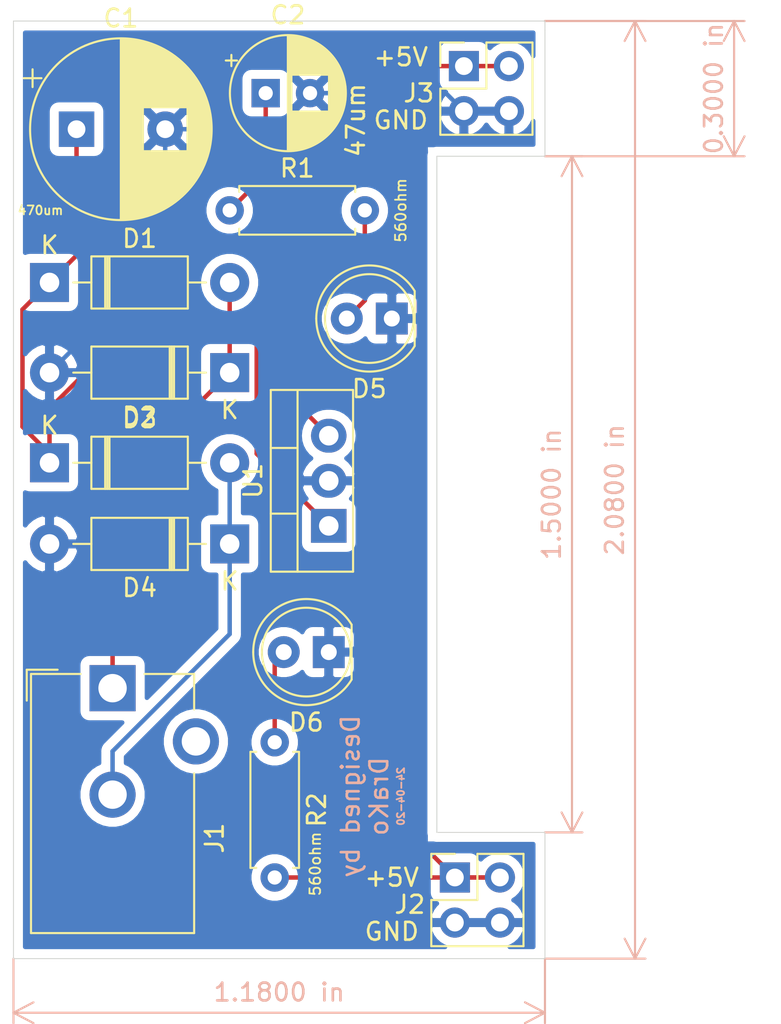
<source format=kicad_pcb>
(kicad_pcb (version 20171130) (host pcbnew "(5.1.5)-3")

  (general
    (thickness 1.6)
    (drawings 23)
    (tracks 59)
    (zones 0)
    (modules 14)
    (nets 10)
  )

  (page A4)
  (title_block
    (title "Bread board power supply")
    (date 2020-04-23)
    (comment 1 "Designed by Karthik on earth")
  )

  (layers
    (0 F.Cu signal)
    (31 B.Cu signal hide)
    (32 B.Adhes user)
    (33 F.Adhes user)
    (34 B.Paste user)
    (35 F.Paste user)
    (36 B.SilkS user)
    (37 F.SilkS user)
    (38 B.Mask user)
    (39 F.Mask user)
    (40 Dwgs.User user)
    (41 Cmts.User user)
    (42 Eco1.User user)
    (43 Eco2.User user)
    (44 Edge.Cuts user)
    (45 Margin user)
    (46 B.CrtYd user)
    (47 F.CrtYd user)
    (48 B.Fab user)
    (49 F.Fab user)
  )

  (setup
    (last_trace_width 0.25)
    (trace_clearance 0.2)
    (zone_clearance 0.508)
    (zone_45_only no)
    (trace_min 0.2)
    (via_size 0.8)
    (via_drill 0.4)
    (via_min_size 0.4)
    (via_min_drill 0.3)
    (uvia_size 0.3)
    (uvia_drill 0.1)
    (uvias_allowed no)
    (uvia_min_size 0.2)
    (uvia_min_drill 0.1)
    (edge_width 0.05)
    (segment_width 0.2)
    (pcb_text_width 0.3)
    (pcb_text_size 1.5 1.5)
    (mod_edge_width 0.12)
    (mod_text_size 1 1)
    (mod_text_width 0.15)
    (pad_size 1.524 1.524)
    (pad_drill 0.762)
    (pad_to_mask_clearance 0.051)
    (solder_mask_min_width 0.25)
    (aux_axis_origin 0 0)
    (visible_elements 7FFFFFFF)
    (pcbplotparams
      (layerselection 0x010fc_ffffffff)
      (usegerberextensions true)
      (usegerberattributes false)
      (usegerberadvancedattributes false)
      (creategerberjobfile false)
      (excludeedgelayer true)
      (linewidth 0.100000)
      (plotframeref false)
      (viasonmask false)
      (mode 1)
      (useauxorigin false)
      (hpglpennumber 1)
      (hpglpenspeed 20)
      (hpglpendiameter 15.000000)
      (psnegative false)
      (psa4output false)
      (plotreference true)
      (plotvalue true)
      (plotinvisibletext false)
      (padsonsilk false)
      (subtractmaskfromsilk false)
      (outputformat 1)
      (mirror false)
      (drillshape 0)
      (scaleselection 1)
      (outputdirectory "PS Gerber/"))
  )

  (net 0 "")
  (net 1 /Vin)
  (net 2 /V-)
  (net 3 /Vout1)
  (net 4 "Net-(D1-Pad2)")
  (net 5 "Net-(D3-Pad2)")
  (net 6 "Net-(D5-Pad2)")
  (net 7 "Net-(D6-Pad2)")
  (net 8 "Net-(J1-Pad3)")
  (net 9 /Vout2)

  (net_class Default "This is the default net class."
    (clearance 0.2)
    (trace_width 0.25)
    (via_dia 0.8)
    (via_drill 0.4)
    (uvia_dia 0.3)
    (uvia_drill 0.1)
    (add_net /V-)
    (add_net /Vin)
    (add_net /Vout1)
    (add_net /Vout2)
    (add_net "Net-(D1-Pad2)")
    (add_net "Net-(D3-Pad2)")
    (add_net "Net-(D5-Pad2)")
    (add_net "Net-(D6-Pad2)")
    (add_net "Net-(J1-Pad3)")
  )

  (module Capacitor_THT:CP_Radial_D10.0mm_P5.00mm (layer F.Cu) (tedit 5AE50EF1) (tstamp 5EA18938)
    (at 119.888 124.968)
    (descr "CP, Radial series, Radial, pin pitch=5.00mm, , diameter=10mm, Electrolytic Capacitor")
    (tags "CP Radial series Radial pin pitch 5.00mm  diameter 10mm Electrolytic Capacitor")
    (path /5EA1D9A2)
    (fp_text reference C1 (at 2.5 -6.25) (layer F.SilkS)
      (effects (font (size 1 1) (thickness 0.15)))
    )
    (fp_text value CP (at 2.5 6.25) (layer F.Fab)
      (effects (font (size 1 1) (thickness 0.15)))
    )
    (fp_circle (center 2.5 0) (end 7.5 0) (layer F.Fab) (width 0.1))
    (fp_circle (center 2.5 0) (end 7.62 0) (layer F.SilkS) (width 0.12))
    (fp_circle (center 2.5 0) (end 7.75 0) (layer F.CrtYd) (width 0.05))
    (fp_line (start -1.788861 -2.1875) (end -0.788861 -2.1875) (layer F.Fab) (width 0.1))
    (fp_line (start -1.288861 -2.6875) (end -1.288861 -1.6875) (layer F.Fab) (width 0.1))
    (fp_line (start 2.5 -5.08) (end 2.5 5.08) (layer F.SilkS) (width 0.12))
    (fp_line (start 2.54 -5.08) (end 2.54 5.08) (layer F.SilkS) (width 0.12))
    (fp_line (start 2.58 -5.08) (end 2.58 5.08) (layer F.SilkS) (width 0.12))
    (fp_line (start 2.62 -5.079) (end 2.62 5.079) (layer F.SilkS) (width 0.12))
    (fp_line (start 2.66 -5.078) (end 2.66 5.078) (layer F.SilkS) (width 0.12))
    (fp_line (start 2.7 -5.077) (end 2.7 5.077) (layer F.SilkS) (width 0.12))
    (fp_line (start 2.74 -5.075) (end 2.74 5.075) (layer F.SilkS) (width 0.12))
    (fp_line (start 2.78 -5.073) (end 2.78 5.073) (layer F.SilkS) (width 0.12))
    (fp_line (start 2.82 -5.07) (end 2.82 5.07) (layer F.SilkS) (width 0.12))
    (fp_line (start 2.86 -5.068) (end 2.86 5.068) (layer F.SilkS) (width 0.12))
    (fp_line (start 2.9 -5.065) (end 2.9 5.065) (layer F.SilkS) (width 0.12))
    (fp_line (start 2.94 -5.062) (end 2.94 5.062) (layer F.SilkS) (width 0.12))
    (fp_line (start 2.98 -5.058) (end 2.98 5.058) (layer F.SilkS) (width 0.12))
    (fp_line (start 3.02 -5.054) (end 3.02 5.054) (layer F.SilkS) (width 0.12))
    (fp_line (start 3.06 -5.05) (end 3.06 5.05) (layer F.SilkS) (width 0.12))
    (fp_line (start 3.1 -5.045) (end 3.1 5.045) (layer F.SilkS) (width 0.12))
    (fp_line (start 3.14 -5.04) (end 3.14 5.04) (layer F.SilkS) (width 0.12))
    (fp_line (start 3.18 -5.035) (end 3.18 5.035) (layer F.SilkS) (width 0.12))
    (fp_line (start 3.221 -5.03) (end 3.221 5.03) (layer F.SilkS) (width 0.12))
    (fp_line (start 3.261 -5.024) (end 3.261 5.024) (layer F.SilkS) (width 0.12))
    (fp_line (start 3.301 -5.018) (end 3.301 5.018) (layer F.SilkS) (width 0.12))
    (fp_line (start 3.341 -5.011) (end 3.341 5.011) (layer F.SilkS) (width 0.12))
    (fp_line (start 3.381 -5.004) (end 3.381 5.004) (layer F.SilkS) (width 0.12))
    (fp_line (start 3.421 -4.997) (end 3.421 4.997) (layer F.SilkS) (width 0.12))
    (fp_line (start 3.461 -4.99) (end 3.461 4.99) (layer F.SilkS) (width 0.12))
    (fp_line (start 3.501 -4.982) (end 3.501 4.982) (layer F.SilkS) (width 0.12))
    (fp_line (start 3.541 -4.974) (end 3.541 4.974) (layer F.SilkS) (width 0.12))
    (fp_line (start 3.581 -4.965) (end 3.581 4.965) (layer F.SilkS) (width 0.12))
    (fp_line (start 3.621 -4.956) (end 3.621 4.956) (layer F.SilkS) (width 0.12))
    (fp_line (start 3.661 -4.947) (end 3.661 4.947) (layer F.SilkS) (width 0.12))
    (fp_line (start 3.701 -4.938) (end 3.701 4.938) (layer F.SilkS) (width 0.12))
    (fp_line (start 3.741 -4.928) (end 3.741 4.928) (layer F.SilkS) (width 0.12))
    (fp_line (start 3.781 -4.918) (end 3.781 -1.241) (layer F.SilkS) (width 0.12))
    (fp_line (start 3.781 1.241) (end 3.781 4.918) (layer F.SilkS) (width 0.12))
    (fp_line (start 3.821 -4.907) (end 3.821 -1.241) (layer F.SilkS) (width 0.12))
    (fp_line (start 3.821 1.241) (end 3.821 4.907) (layer F.SilkS) (width 0.12))
    (fp_line (start 3.861 -4.897) (end 3.861 -1.241) (layer F.SilkS) (width 0.12))
    (fp_line (start 3.861 1.241) (end 3.861 4.897) (layer F.SilkS) (width 0.12))
    (fp_line (start 3.901 -4.885) (end 3.901 -1.241) (layer F.SilkS) (width 0.12))
    (fp_line (start 3.901 1.241) (end 3.901 4.885) (layer F.SilkS) (width 0.12))
    (fp_line (start 3.941 -4.874) (end 3.941 -1.241) (layer F.SilkS) (width 0.12))
    (fp_line (start 3.941 1.241) (end 3.941 4.874) (layer F.SilkS) (width 0.12))
    (fp_line (start 3.981 -4.862) (end 3.981 -1.241) (layer F.SilkS) (width 0.12))
    (fp_line (start 3.981 1.241) (end 3.981 4.862) (layer F.SilkS) (width 0.12))
    (fp_line (start 4.021 -4.85) (end 4.021 -1.241) (layer F.SilkS) (width 0.12))
    (fp_line (start 4.021 1.241) (end 4.021 4.85) (layer F.SilkS) (width 0.12))
    (fp_line (start 4.061 -4.837) (end 4.061 -1.241) (layer F.SilkS) (width 0.12))
    (fp_line (start 4.061 1.241) (end 4.061 4.837) (layer F.SilkS) (width 0.12))
    (fp_line (start 4.101 -4.824) (end 4.101 -1.241) (layer F.SilkS) (width 0.12))
    (fp_line (start 4.101 1.241) (end 4.101 4.824) (layer F.SilkS) (width 0.12))
    (fp_line (start 4.141 -4.811) (end 4.141 -1.241) (layer F.SilkS) (width 0.12))
    (fp_line (start 4.141 1.241) (end 4.141 4.811) (layer F.SilkS) (width 0.12))
    (fp_line (start 4.181 -4.797) (end 4.181 -1.241) (layer F.SilkS) (width 0.12))
    (fp_line (start 4.181 1.241) (end 4.181 4.797) (layer F.SilkS) (width 0.12))
    (fp_line (start 4.221 -4.783) (end 4.221 -1.241) (layer F.SilkS) (width 0.12))
    (fp_line (start 4.221 1.241) (end 4.221 4.783) (layer F.SilkS) (width 0.12))
    (fp_line (start 4.261 -4.768) (end 4.261 -1.241) (layer F.SilkS) (width 0.12))
    (fp_line (start 4.261 1.241) (end 4.261 4.768) (layer F.SilkS) (width 0.12))
    (fp_line (start 4.301 -4.754) (end 4.301 -1.241) (layer F.SilkS) (width 0.12))
    (fp_line (start 4.301 1.241) (end 4.301 4.754) (layer F.SilkS) (width 0.12))
    (fp_line (start 4.341 -4.738) (end 4.341 -1.241) (layer F.SilkS) (width 0.12))
    (fp_line (start 4.341 1.241) (end 4.341 4.738) (layer F.SilkS) (width 0.12))
    (fp_line (start 4.381 -4.723) (end 4.381 -1.241) (layer F.SilkS) (width 0.12))
    (fp_line (start 4.381 1.241) (end 4.381 4.723) (layer F.SilkS) (width 0.12))
    (fp_line (start 4.421 -4.707) (end 4.421 -1.241) (layer F.SilkS) (width 0.12))
    (fp_line (start 4.421 1.241) (end 4.421 4.707) (layer F.SilkS) (width 0.12))
    (fp_line (start 4.461 -4.69) (end 4.461 -1.241) (layer F.SilkS) (width 0.12))
    (fp_line (start 4.461 1.241) (end 4.461 4.69) (layer F.SilkS) (width 0.12))
    (fp_line (start 4.501 -4.674) (end 4.501 -1.241) (layer F.SilkS) (width 0.12))
    (fp_line (start 4.501 1.241) (end 4.501 4.674) (layer F.SilkS) (width 0.12))
    (fp_line (start 4.541 -4.657) (end 4.541 -1.241) (layer F.SilkS) (width 0.12))
    (fp_line (start 4.541 1.241) (end 4.541 4.657) (layer F.SilkS) (width 0.12))
    (fp_line (start 4.581 -4.639) (end 4.581 -1.241) (layer F.SilkS) (width 0.12))
    (fp_line (start 4.581 1.241) (end 4.581 4.639) (layer F.SilkS) (width 0.12))
    (fp_line (start 4.621 -4.621) (end 4.621 -1.241) (layer F.SilkS) (width 0.12))
    (fp_line (start 4.621 1.241) (end 4.621 4.621) (layer F.SilkS) (width 0.12))
    (fp_line (start 4.661 -4.603) (end 4.661 -1.241) (layer F.SilkS) (width 0.12))
    (fp_line (start 4.661 1.241) (end 4.661 4.603) (layer F.SilkS) (width 0.12))
    (fp_line (start 4.701 -4.584) (end 4.701 -1.241) (layer F.SilkS) (width 0.12))
    (fp_line (start 4.701 1.241) (end 4.701 4.584) (layer F.SilkS) (width 0.12))
    (fp_line (start 4.741 -4.564) (end 4.741 -1.241) (layer F.SilkS) (width 0.12))
    (fp_line (start 4.741 1.241) (end 4.741 4.564) (layer F.SilkS) (width 0.12))
    (fp_line (start 4.781 -4.545) (end 4.781 -1.241) (layer F.SilkS) (width 0.12))
    (fp_line (start 4.781 1.241) (end 4.781 4.545) (layer F.SilkS) (width 0.12))
    (fp_line (start 4.821 -4.525) (end 4.821 -1.241) (layer F.SilkS) (width 0.12))
    (fp_line (start 4.821 1.241) (end 4.821 4.525) (layer F.SilkS) (width 0.12))
    (fp_line (start 4.861 -4.504) (end 4.861 -1.241) (layer F.SilkS) (width 0.12))
    (fp_line (start 4.861 1.241) (end 4.861 4.504) (layer F.SilkS) (width 0.12))
    (fp_line (start 4.901 -4.483) (end 4.901 -1.241) (layer F.SilkS) (width 0.12))
    (fp_line (start 4.901 1.241) (end 4.901 4.483) (layer F.SilkS) (width 0.12))
    (fp_line (start 4.941 -4.462) (end 4.941 -1.241) (layer F.SilkS) (width 0.12))
    (fp_line (start 4.941 1.241) (end 4.941 4.462) (layer F.SilkS) (width 0.12))
    (fp_line (start 4.981 -4.44) (end 4.981 -1.241) (layer F.SilkS) (width 0.12))
    (fp_line (start 4.981 1.241) (end 4.981 4.44) (layer F.SilkS) (width 0.12))
    (fp_line (start 5.021 -4.417) (end 5.021 -1.241) (layer F.SilkS) (width 0.12))
    (fp_line (start 5.021 1.241) (end 5.021 4.417) (layer F.SilkS) (width 0.12))
    (fp_line (start 5.061 -4.395) (end 5.061 -1.241) (layer F.SilkS) (width 0.12))
    (fp_line (start 5.061 1.241) (end 5.061 4.395) (layer F.SilkS) (width 0.12))
    (fp_line (start 5.101 -4.371) (end 5.101 -1.241) (layer F.SilkS) (width 0.12))
    (fp_line (start 5.101 1.241) (end 5.101 4.371) (layer F.SilkS) (width 0.12))
    (fp_line (start 5.141 -4.347) (end 5.141 -1.241) (layer F.SilkS) (width 0.12))
    (fp_line (start 5.141 1.241) (end 5.141 4.347) (layer F.SilkS) (width 0.12))
    (fp_line (start 5.181 -4.323) (end 5.181 -1.241) (layer F.SilkS) (width 0.12))
    (fp_line (start 5.181 1.241) (end 5.181 4.323) (layer F.SilkS) (width 0.12))
    (fp_line (start 5.221 -4.298) (end 5.221 -1.241) (layer F.SilkS) (width 0.12))
    (fp_line (start 5.221 1.241) (end 5.221 4.298) (layer F.SilkS) (width 0.12))
    (fp_line (start 5.261 -4.273) (end 5.261 -1.241) (layer F.SilkS) (width 0.12))
    (fp_line (start 5.261 1.241) (end 5.261 4.273) (layer F.SilkS) (width 0.12))
    (fp_line (start 5.301 -4.247) (end 5.301 -1.241) (layer F.SilkS) (width 0.12))
    (fp_line (start 5.301 1.241) (end 5.301 4.247) (layer F.SilkS) (width 0.12))
    (fp_line (start 5.341 -4.221) (end 5.341 -1.241) (layer F.SilkS) (width 0.12))
    (fp_line (start 5.341 1.241) (end 5.341 4.221) (layer F.SilkS) (width 0.12))
    (fp_line (start 5.381 -4.194) (end 5.381 -1.241) (layer F.SilkS) (width 0.12))
    (fp_line (start 5.381 1.241) (end 5.381 4.194) (layer F.SilkS) (width 0.12))
    (fp_line (start 5.421 -4.166) (end 5.421 -1.241) (layer F.SilkS) (width 0.12))
    (fp_line (start 5.421 1.241) (end 5.421 4.166) (layer F.SilkS) (width 0.12))
    (fp_line (start 5.461 -4.138) (end 5.461 -1.241) (layer F.SilkS) (width 0.12))
    (fp_line (start 5.461 1.241) (end 5.461 4.138) (layer F.SilkS) (width 0.12))
    (fp_line (start 5.501 -4.11) (end 5.501 -1.241) (layer F.SilkS) (width 0.12))
    (fp_line (start 5.501 1.241) (end 5.501 4.11) (layer F.SilkS) (width 0.12))
    (fp_line (start 5.541 -4.08) (end 5.541 -1.241) (layer F.SilkS) (width 0.12))
    (fp_line (start 5.541 1.241) (end 5.541 4.08) (layer F.SilkS) (width 0.12))
    (fp_line (start 5.581 -4.05) (end 5.581 -1.241) (layer F.SilkS) (width 0.12))
    (fp_line (start 5.581 1.241) (end 5.581 4.05) (layer F.SilkS) (width 0.12))
    (fp_line (start 5.621 -4.02) (end 5.621 -1.241) (layer F.SilkS) (width 0.12))
    (fp_line (start 5.621 1.241) (end 5.621 4.02) (layer F.SilkS) (width 0.12))
    (fp_line (start 5.661 -3.989) (end 5.661 -1.241) (layer F.SilkS) (width 0.12))
    (fp_line (start 5.661 1.241) (end 5.661 3.989) (layer F.SilkS) (width 0.12))
    (fp_line (start 5.701 -3.957) (end 5.701 -1.241) (layer F.SilkS) (width 0.12))
    (fp_line (start 5.701 1.241) (end 5.701 3.957) (layer F.SilkS) (width 0.12))
    (fp_line (start 5.741 -3.925) (end 5.741 -1.241) (layer F.SilkS) (width 0.12))
    (fp_line (start 5.741 1.241) (end 5.741 3.925) (layer F.SilkS) (width 0.12))
    (fp_line (start 5.781 -3.892) (end 5.781 -1.241) (layer F.SilkS) (width 0.12))
    (fp_line (start 5.781 1.241) (end 5.781 3.892) (layer F.SilkS) (width 0.12))
    (fp_line (start 5.821 -3.858) (end 5.821 -1.241) (layer F.SilkS) (width 0.12))
    (fp_line (start 5.821 1.241) (end 5.821 3.858) (layer F.SilkS) (width 0.12))
    (fp_line (start 5.861 -3.824) (end 5.861 -1.241) (layer F.SilkS) (width 0.12))
    (fp_line (start 5.861 1.241) (end 5.861 3.824) (layer F.SilkS) (width 0.12))
    (fp_line (start 5.901 -3.789) (end 5.901 -1.241) (layer F.SilkS) (width 0.12))
    (fp_line (start 5.901 1.241) (end 5.901 3.789) (layer F.SilkS) (width 0.12))
    (fp_line (start 5.941 -3.753) (end 5.941 -1.241) (layer F.SilkS) (width 0.12))
    (fp_line (start 5.941 1.241) (end 5.941 3.753) (layer F.SilkS) (width 0.12))
    (fp_line (start 5.981 -3.716) (end 5.981 -1.241) (layer F.SilkS) (width 0.12))
    (fp_line (start 5.981 1.241) (end 5.981 3.716) (layer F.SilkS) (width 0.12))
    (fp_line (start 6.021 -3.679) (end 6.021 -1.241) (layer F.SilkS) (width 0.12))
    (fp_line (start 6.021 1.241) (end 6.021 3.679) (layer F.SilkS) (width 0.12))
    (fp_line (start 6.061 -3.64) (end 6.061 -1.241) (layer F.SilkS) (width 0.12))
    (fp_line (start 6.061 1.241) (end 6.061 3.64) (layer F.SilkS) (width 0.12))
    (fp_line (start 6.101 -3.601) (end 6.101 -1.241) (layer F.SilkS) (width 0.12))
    (fp_line (start 6.101 1.241) (end 6.101 3.601) (layer F.SilkS) (width 0.12))
    (fp_line (start 6.141 -3.561) (end 6.141 -1.241) (layer F.SilkS) (width 0.12))
    (fp_line (start 6.141 1.241) (end 6.141 3.561) (layer F.SilkS) (width 0.12))
    (fp_line (start 6.181 -3.52) (end 6.181 -1.241) (layer F.SilkS) (width 0.12))
    (fp_line (start 6.181 1.241) (end 6.181 3.52) (layer F.SilkS) (width 0.12))
    (fp_line (start 6.221 -3.478) (end 6.221 -1.241) (layer F.SilkS) (width 0.12))
    (fp_line (start 6.221 1.241) (end 6.221 3.478) (layer F.SilkS) (width 0.12))
    (fp_line (start 6.261 -3.436) (end 6.261 3.436) (layer F.SilkS) (width 0.12))
    (fp_line (start 6.301 -3.392) (end 6.301 3.392) (layer F.SilkS) (width 0.12))
    (fp_line (start 6.341 -3.347) (end 6.341 3.347) (layer F.SilkS) (width 0.12))
    (fp_line (start 6.381 -3.301) (end 6.381 3.301) (layer F.SilkS) (width 0.12))
    (fp_line (start 6.421 -3.254) (end 6.421 3.254) (layer F.SilkS) (width 0.12))
    (fp_line (start 6.461 -3.206) (end 6.461 3.206) (layer F.SilkS) (width 0.12))
    (fp_line (start 6.501 -3.156) (end 6.501 3.156) (layer F.SilkS) (width 0.12))
    (fp_line (start 6.541 -3.106) (end 6.541 3.106) (layer F.SilkS) (width 0.12))
    (fp_line (start 6.581 -3.054) (end 6.581 3.054) (layer F.SilkS) (width 0.12))
    (fp_line (start 6.621 -3) (end 6.621 3) (layer F.SilkS) (width 0.12))
    (fp_line (start 6.661 -2.945) (end 6.661 2.945) (layer F.SilkS) (width 0.12))
    (fp_line (start 6.701 -2.889) (end 6.701 2.889) (layer F.SilkS) (width 0.12))
    (fp_line (start 6.741 -2.83) (end 6.741 2.83) (layer F.SilkS) (width 0.12))
    (fp_line (start 6.781 -2.77) (end 6.781 2.77) (layer F.SilkS) (width 0.12))
    (fp_line (start 6.821 -2.709) (end 6.821 2.709) (layer F.SilkS) (width 0.12))
    (fp_line (start 6.861 -2.645) (end 6.861 2.645) (layer F.SilkS) (width 0.12))
    (fp_line (start 6.901 -2.579) (end 6.901 2.579) (layer F.SilkS) (width 0.12))
    (fp_line (start 6.941 -2.51) (end 6.941 2.51) (layer F.SilkS) (width 0.12))
    (fp_line (start 6.981 -2.439) (end 6.981 2.439) (layer F.SilkS) (width 0.12))
    (fp_line (start 7.021 -2.365) (end 7.021 2.365) (layer F.SilkS) (width 0.12))
    (fp_line (start 7.061 -2.289) (end 7.061 2.289) (layer F.SilkS) (width 0.12))
    (fp_line (start 7.101 -2.209) (end 7.101 2.209) (layer F.SilkS) (width 0.12))
    (fp_line (start 7.141 -2.125) (end 7.141 2.125) (layer F.SilkS) (width 0.12))
    (fp_line (start 7.181 -2.037) (end 7.181 2.037) (layer F.SilkS) (width 0.12))
    (fp_line (start 7.221 -1.944) (end 7.221 1.944) (layer F.SilkS) (width 0.12))
    (fp_line (start 7.261 -1.846) (end 7.261 1.846) (layer F.SilkS) (width 0.12))
    (fp_line (start 7.301 -1.742) (end 7.301 1.742) (layer F.SilkS) (width 0.12))
    (fp_line (start 7.341 -1.63) (end 7.341 1.63) (layer F.SilkS) (width 0.12))
    (fp_line (start 7.381 -1.51) (end 7.381 1.51) (layer F.SilkS) (width 0.12))
    (fp_line (start 7.421 -1.378) (end 7.421 1.378) (layer F.SilkS) (width 0.12))
    (fp_line (start 7.461 -1.23) (end 7.461 1.23) (layer F.SilkS) (width 0.12))
    (fp_line (start 7.501 -1.062) (end 7.501 1.062) (layer F.SilkS) (width 0.12))
    (fp_line (start 7.541 -0.862) (end 7.541 0.862) (layer F.SilkS) (width 0.12))
    (fp_line (start 7.581 -0.599) (end 7.581 0.599) (layer F.SilkS) (width 0.12))
    (fp_line (start -2.979646 -2.875) (end -1.979646 -2.875) (layer F.SilkS) (width 0.12))
    (fp_line (start -2.479646 -3.375) (end -2.479646 -2.375) (layer F.SilkS) (width 0.12))
    (fp_text user %R (at 2.5 0) (layer F.Fab)
      (effects (font (size 1 1) (thickness 0.15)))
    )
    (pad 1 thru_hole rect (at 0 0) (size 2 2) (drill 1) (layers *.Cu *.Mask)
      (net 1 /Vin))
    (pad 2 thru_hole circle (at 5 0) (size 2 2) (drill 1) (layers *.Cu *.Mask)
      (net 2 /V-))
    (model ${KISYS3DMOD}/Capacitor_THT.3dshapes/CP_Radial_D10.0mm_P5.00mm.wrl
      (at (xyz 0 0 0))
      (scale (xyz 1 1 1))
      (rotate (xyz 0 0 0))
    )
  )

  (module Capacitor_THT:CP_Radial_D6.3mm_P2.50mm (layer F.Cu) (tedit 5AE50EF0) (tstamp 5EA189CC)
    (at 130.556 122.936)
    (descr "CP, Radial series, Radial, pin pitch=2.50mm, , diameter=6.3mm, Electrolytic Capacitor")
    (tags "CP Radial series Radial pin pitch 2.50mm  diameter 6.3mm Electrolytic Capacitor")
    (path /5EA1E623)
    (fp_text reference C2 (at 1.25 -4.4) (layer F.SilkS)
      (effects (font (size 1 1) (thickness 0.15)))
    )
    (fp_text value CP (at 1.25 4.4) (layer F.Fab)
      (effects (font (size 1 1) (thickness 0.15)))
    )
    (fp_circle (center 1.25 0) (end 4.4 0) (layer F.Fab) (width 0.1))
    (fp_circle (center 1.25 0) (end 4.52 0) (layer F.SilkS) (width 0.12))
    (fp_circle (center 1.25 0) (end 4.65 0) (layer F.CrtYd) (width 0.05))
    (fp_line (start -1.443972 -1.3735) (end -0.813972 -1.3735) (layer F.Fab) (width 0.1))
    (fp_line (start -1.128972 -1.6885) (end -1.128972 -1.0585) (layer F.Fab) (width 0.1))
    (fp_line (start 1.25 -3.23) (end 1.25 3.23) (layer F.SilkS) (width 0.12))
    (fp_line (start 1.29 -3.23) (end 1.29 3.23) (layer F.SilkS) (width 0.12))
    (fp_line (start 1.33 -3.23) (end 1.33 3.23) (layer F.SilkS) (width 0.12))
    (fp_line (start 1.37 -3.228) (end 1.37 3.228) (layer F.SilkS) (width 0.12))
    (fp_line (start 1.41 -3.227) (end 1.41 3.227) (layer F.SilkS) (width 0.12))
    (fp_line (start 1.45 -3.224) (end 1.45 3.224) (layer F.SilkS) (width 0.12))
    (fp_line (start 1.49 -3.222) (end 1.49 -1.04) (layer F.SilkS) (width 0.12))
    (fp_line (start 1.49 1.04) (end 1.49 3.222) (layer F.SilkS) (width 0.12))
    (fp_line (start 1.53 -3.218) (end 1.53 -1.04) (layer F.SilkS) (width 0.12))
    (fp_line (start 1.53 1.04) (end 1.53 3.218) (layer F.SilkS) (width 0.12))
    (fp_line (start 1.57 -3.215) (end 1.57 -1.04) (layer F.SilkS) (width 0.12))
    (fp_line (start 1.57 1.04) (end 1.57 3.215) (layer F.SilkS) (width 0.12))
    (fp_line (start 1.61 -3.211) (end 1.61 -1.04) (layer F.SilkS) (width 0.12))
    (fp_line (start 1.61 1.04) (end 1.61 3.211) (layer F.SilkS) (width 0.12))
    (fp_line (start 1.65 -3.206) (end 1.65 -1.04) (layer F.SilkS) (width 0.12))
    (fp_line (start 1.65 1.04) (end 1.65 3.206) (layer F.SilkS) (width 0.12))
    (fp_line (start 1.69 -3.201) (end 1.69 -1.04) (layer F.SilkS) (width 0.12))
    (fp_line (start 1.69 1.04) (end 1.69 3.201) (layer F.SilkS) (width 0.12))
    (fp_line (start 1.73 -3.195) (end 1.73 -1.04) (layer F.SilkS) (width 0.12))
    (fp_line (start 1.73 1.04) (end 1.73 3.195) (layer F.SilkS) (width 0.12))
    (fp_line (start 1.77 -3.189) (end 1.77 -1.04) (layer F.SilkS) (width 0.12))
    (fp_line (start 1.77 1.04) (end 1.77 3.189) (layer F.SilkS) (width 0.12))
    (fp_line (start 1.81 -3.182) (end 1.81 -1.04) (layer F.SilkS) (width 0.12))
    (fp_line (start 1.81 1.04) (end 1.81 3.182) (layer F.SilkS) (width 0.12))
    (fp_line (start 1.85 -3.175) (end 1.85 -1.04) (layer F.SilkS) (width 0.12))
    (fp_line (start 1.85 1.04) (end 1.85 3.175) (layer F.SilkS) (width 0.12))
    (fp_line (start 1.89 -3.167) (end 1.89 -1.04) (layer F.SilkS) (width 0.12))
    (fp_line (start 1.89 1.04) (end 1.89 3.167) (layer F.SilkS) (width 0.12))
    (fp_line (start 1.93 -3.159) (end 1.93 -1.04) (layer F.SilkS) (width 0.12))
    (fp_line (start 1.93 1.04) (end 1.93 3.159) (layer F.SilkS) (width 0.12))
    (fp_line (start 1.971 -3.15) (end 1.971 -1.04) (layer F.SilkS) (width 0.12))
    (fp_line (start 1.971 1.04) (end 1.971 3.15) (layer F.SilkS) (width 0.12))
    (fp_line (start 2.011 -3.141) (end 2.011 -1.04) (layer F.SilkS) (width 0.12))
    (fp_line (start 2.011 1.04) (end 2.011 3.141) (layer F.SilkS) (width 0.12))
    (fp_line (start 2.051 -3.131) (end 2.051 -1.04) (layer F.SilkS) (width 0.12))
    (fp_line (start 2.051 1.04) (end 2.051 3.131) (layer F.SilkS) (width 0.12))
    (fp_line (start 2.091 -3.121) (end 2.091 -1.04) (layer F.SilkS) (width 0.12))
    (fp_line (start 2.091 1.04) (end 2.091 3.121) (layer F.SilkS) (width 0.12))
    (fp_line (start 2.131 -3.11) (end 2.131 -1.04) (layer F.SilkS) (width 0.12))
    (fp_line (start 2.131 1.04) (end 2.131 3.11) (layer F.SilkS) (width 0.12))
    (fp_line (start 2.171 -3.098) (end 2.171 -1.04) (layer F.SilkS) (width 0.12))
    (fp_line (start 2.171 1.04) (end 2.171 3.098) (layer F.SilkS) (width 0.12))
    (fp_line (start 2.211 -3.086) (end 2.211 -1.04) (layer F.SilkS) (width 0.12))
    (fp_line (start 2.211 1.04) (end 2.211 3.086) (layer F.SilkS) (width 0.12))
    (fp_line (start 2.251 -3.074) (end 2.251 -1.04) (layer F.SilkS) (width 0.12))
    (fp_line (start 2.251 1.04) (end 2.251 3.074) (layer F.SilkS) (width 0.12))
    (fp_line (start 2.291 -3.061) (end 2.291 -1.04) (layer F.SilkS) (width 0.12))
    (fp_line (start 2.291 1.04) (end 2.291 3.061) (layer F.SilkS) (width 0.12))
    (fp_line (start 2.331 -3.047) (end 2.331 -1.04) (layer F.SilkS) (width 0.12))
    (fp_line (start 2.331 1.04) (end 2.331 3.047) (layer F.SilkS) (width 0.12))
    (fp_line (start 2.371 -3.033) (end 2.371 -1.04) (layer F.SilkS) (width 0.12))
    (fp_line (start 2.371 1.04) (end 2.371 3.033) (layer F.SilkS) (width 0.12))
    (fp_line (start 2.411 -3.018) (end 2.411 -1.04) (layer F.SilkS) (width 0.12))
    (fp_line (start 2.411 1.04) (end 2.411 3.018) (layer F.SilkS) (width 0.12))
    (fp_line (start 2.451 -3.002) (end 2.451 -1.04) (layer F.SilkS) (width 0.12))
    (fp_line (start 2.451 1.04) (end 2.451 3.002) (layer F.SilkS) (width 0.12))
    (fp_line (start 2.491 -2.986) (end 2.491 -1.04) (layer F.SilkS) (width 0.12))
    (fp_line (start 2.491 1.04) (end 2.491 2.986) (layer F.SilkS) (width 0.12))
    (fp_line (start 2.531 -2.97) (end 2.531 -1.04) (layer F.SilkS) (width 0.12))
    (fp_line (start 2.531 1.04) (end 2.531 2.97) (layer F.SilkS) (width 0.12))
    (fp_line (start 2.571 -2.952) (end 2.571 -1.04) (layer F.SilkS) (width 0.12))
    (fp_line (start 2.571 1.04) (end 2.571 2.952) (layer F.SilkS) (width 0.12))
    (fp_line (start 2.611 -2.934) (end 2.611 -1.04) (layer F.SilkS) (width 0.12))
    (fp_line (start 2.611 1.04) (end 2.611 2.934) (layer F.SilkS) (width 0.12))
    (fp_line (start 2.651 -2.916) (end 2.651 -1.04) (layer F.SilkS) (width 0.12))
    (fp_line (start 2.651 1.04) (end 2.651 2.916) (layer F.SilkS) (width 0.12))
    (fp_line (start 2.691 -2.896) (end 2.691 -1.04) (layer F.SilkS) (width 0.12))
    (fp_line (start 2.691 1.04) (end 2.691 2.896) (layer F.SilkS) (width 0.12))
    (fp_line (start 2.731 -2.876) (end 2.731 -1.04) (layer F.SilkS) (width 0.12))
    (fp_line (start 2.731 1.04) (end 2.731 2.876) (layer F.SilkS) (width 0.12))
    (fp_line (start 2.771 -2.856) (end 2.771 -1.04) (layer F.SilkS) (width 0.12))
    (fp_line (start 2.771 1.04) (end 2.771 2.856) (layer F.SilkS) (width 0.12))
    (fp_line (start 2.811 -2.834) (end 2.811 -1.04) (layer F.SilkS) (width 0.12))
    (fp_line (start 2.811 1.04) (end 2.811 2.834) (layer F.SilkS) (width 0.12))
    (fp_line (start 2.851 -2.812) (end 2.851 -1.04) (layer F.SilkS) (width 0.12))
    (fp_line (start 2.851 1.04) (end 2.851 2.812) (layer F.SilkS) (width 0.12))
    (fp_line (start 2.891 -2.79) (end 2.891 -1.04) (layer F.SilkS) (width 0.12))
    (fp_line (start 2.891 1.04) (end 2.891 2.79) (layer F.SilkS) (width 0.12))
    (fp_line (start 2.931 -2.766) (end 2.931 -1.04) (layer F.SilkS) (width 0.12))
    (fp_line (start 2.931 1.04) (end 2.931 2.766) (layer F.SilkS) (width 0.12))
    (fp_line (start 2.971 -2.742) (end 2.971 -1.04) (layer F.SilkS) (width 0.12))
    (fp_line (start 2.971 1.04) (end 2.971 2.742) (layer F.SilkS) (width 0.12))
    (fp_line (start 3.011 -2.716) (end 3.011 -1.04) (layer F.SilkS) (width 0.12))
    (fp_line (start 3.011 1.04) (end 3.011 2.716) (layer F.SilkS) (width 0.12))
    (fp_line (start 3.051 -2.69) (end 3.051 -1.04) (layer F.SilkS) (width 0.12))
    (fp_line (start 3.051 1.04) (end 3.051 2.69) (layer F.SilkS) (width 0.12))
    (fp_line (start 3.091 -2.664) (end 3.091 -1.04) (layer F.SilkS) (width 0.12))
    (fp_line (start 3.091 1.04) (end 3.091 2.664) (layer F.SilkS) (width 0.12))
    (fp_line (start 3.131 -2.636) (end 3.131 -1.04) (layer F.SilkS) (width 0.12))
    (fp_line (start 3.131 1.04) (end 3.131 2.636) (layer F.SilkS) (width 0.12))
    (fp_line (start 3.171 -2.607) (end 3.171 -1.04) (layer F.SilkS) (width 0.12))
    (fp_line (start 3.171 1.04) (end 3.171 2.607) (layer F.SilkS) (width 0.12))
    (fp_line (start 3.211 -2.578) (end 3.211 -1.04) (layer F.SilkS) (width 0.12))
    (fp_line (start 3.211 1.04) (end 3.211 2.578) (layer F.SilkS) (width 0.12))
    (fp_line (start 3.251 -2.548) (end 3.251 -1.04) (layer F.SilkS) (width 0.12))
    (fp_line (start 3.251 1.04) (end 3.251 2.548) (layer F.SilkS) (width 0.12))
    (fp_line (start 3.291 -2.516) (end 3.291 -1.04) (layer F.SilkS) (width 0.12))
    (fp_line (start 3.291 1.04) (end 3.291 2.516) (layer F.SilkS) (width 0.12))
    (fp_line (start 3.331 -2.484) (end 3.331 -1.04) (layer F.SilkS) (width 0.12))
    (fp_line (start 3.331 1.04) (end 3.331 2.484) (layer F.SilkS) (width 0.12))
    (fp_line (start 3.371 -2.45) (end 3.371 -1.04) (layer F.SilkS) (width 0.12))
    (fp_line (start 3.371 1.04) (end 3.371 2.45) (layer F.SilkS) (width 0.12))
    (fp_line (start 3.411 -2.416) (end 3.411 -1.04) (layer F.SilkS) (width 0.12))
    (fp_line (start 3.411 1.04) (end 3.411 2.416) (layer F.SilkS) (width 0.12))
    (fp_line (start 3.451 -2.38) (end 3.451 -1.04) (layer F.SilkS) (width 0.12))
    (fp_line (start 3.451 1.04) (end 3.451 2.38) (layer F.SilkS) (width 0.12))
    (fp_line (start 3.491 -2.343) (end 3.491 -1.04) (layer F.SilkS) (width 0.12))
    (fp_line (start 3.491 1.04) (end 3.491 2.343) (layer F.SilkS) (width 0.12))
    (fp_line (start 3.531 -2.305) (end 3.531 -1.04) (layer F.SilkS) (width 0.12))
    (fp_line (start 3.531 1.04) (end 3.531 2.305) (layer F.SilkS) (width 0.12))
    (fp_line (start 3.571 -2.265) (end 3.571 2.265) (layer F.SilkS) (width 0.12))
    (fp_line (start 3.611 -2.224) (end 3.611 2.224) (layer F.SilkS) (width 0.12))
    (fp_line (start 3.651 -2.182) (end 3.651 2.182) (layer F.SilkS) (width 0.12))
    (fp_line (start 3.691 -2.137) (end 3.691 2.137) (layer F.SilkS) (width 0.12))
    (fp_line (start 3.731 -2.092) (end 3.731 2.092) (layer F.SilkS) (width 0.12))
    (fp_line (start 3.771 -2.044) (end 3.771 2.044) (layer F.SilkS) (width 0.12))
    (fp_line (start 3.811 -1.995) (end 3.811 1.995) (layer F.SilkS) (width 0.12))
    (fp_line (start 3.851 -1.944) (end 3.851 1.944) (layer F.SilkS) (width 0.12))
    (fp_line (start 3.891 -1.89) (end 3.891 1.89) (layer F.SilkS) (width 0.12))
    (fp_line (start 3.931 -1.834) (end 3.931 1.834) (layer F.SilkS) (width 0.12))
    (fp_line (start 3.971 -1.776) (end 3.971 1.776) (layer F.SilkS) (width 0.12))
    (fp_line (start 4.011 -1.714) (end 4.011 1.714) (layer F.SilkS) (width 0.12))
    (fp_line (start 4.051 -1.65) (end 4.051 1.65) (layer F.SilkS) (width 0.12))
    (fp_line (start 4.091 -1.581) (end 4.091 1.581) (layer F.SilkS) (width 0.12))
    (fp_line (start 4.131 -1.509) (end 4.131 1.509) (layer F.SilkS) (width 0.12))
    (fp_line (start 4.171 -1.432) (end 4.171 1.432) (layer F.SilkS) (width 0.12))
    (fp_line (start 4.211 -1.35) (end 4.211 1.35) (layer F.SilkS) (width 0.12))
    (fp_line (start 4.251 -1.262) (end 4.251 1.262) (layer F.SilkS) (width 0.12))
    (fp_line (start 4.291 -1.165) (end 4.291 1.165) (layer F.SilkS) (width 0.12))
    (fp_line (start 4.331 -1.059) (end 4.331 1.059) (layer F.SilkS) (width 0.12))
    (fp_line (start 4.371 -0.94) (end 4.371 0.94) (layer F.SilkS) (width 0.12))
    (fp_line (start 4.411 -0.802) (end 4.411 0.802) (layer F.SilkS) (width 0.12))
    (fp_line (start 4.451 -0.633) (end 4.451 0.633) (layer F.SilkS) (width 0.12))
    (fp_line (start 4.491 -0.402) (end 4.491 0.402) (layer F.SilkS) (width 0.12))
    (fp_line (start -2.250241 -1.839) (end -1.620241 -1.839) (layer F.SilkS) (width 0.12))
    (fp_line (start -1.935241 -2.154) (end -1.935241 -1.524) (layer F.SilkS) (width 0.12))
    (fp_text user %R (at 1.25 0) (layer F.Fab)
      (effects (font (size 1 1) (thickness 0.15)))
    )
    (pad 1 thru_hole rect (at 0 0) (size 1.6 1.6) (drill 0.8) (layers *.Cu *.Mask)
      (net 3 /Vout1))
    (pad 2 thru_hole circle (at 2.5 0) (size 1.6 1.6) (drill 0.8) (layers *.Cu *.Mask)
      (net 2 /V-))
    (model ${KISYS3DMOD}/Capacitor_THT.3dshapes/CP_Radial_D6.3mm_P2.50mm.wrl
      (at (xyz 0 0 0))
      (scale (xyz 1 1 1))
      (rotate (xyz 0 0 0))
    )
  )

  (module Diode_THT:D_DO-41_SOD81_P10.16mm_Horizontal (layer F.Cu) (tedit 5AE50CD5) (tstamp 5EA189EB)
    (at 118.364 133.604)
    (descr "Diode, DO-41_SOD81 series, Axial, Horizontal, pin pitch=10.16mm, , length*diameter=5.2*2.7mm^2, , http://www.diodes.com/_files/packages/DO-41%20(Plastic).pdf")
    (tags "Diode DO-41_SOD81 series Axial Horizontal pin pitch 10.16mm  length 5.2mm diameter 2.7mm")
    (path /5EA1B6E1)
    (fp_text reference D1 (at 5.08 -2.47) (layer F.SilkS)
      (effects (font (size 1 1) (thickness 0.15)))
    )
    (fp_text value 1N4007 (at 5.08 2.47) (layer F.Fab)
      (effects (font (size 1 1) (thickness 0.15)))
    )
    (fp_line (start 2.48 -1.35) (end 2.48 1.35) (layer F.Fab) (width 0.1))
    (fp_line (start 2.48 1.35) (end 7.68 1.35) (layer F.Fab) (width 0.1))
    (fp_line (start 7.68 1.35) (end 7.68 -1.35) (layer F.Fab) (width 0.1))
    (fp_line (start 7.68 -1.35) (end 2.48 -1.35) (layer F.Fab) (width 0.1))
    (fp_line (start 0 0) (end 2.48 0) (layer F.Fab) (width 0.1))
    (fp_line (start 10.16 0) (end 7.68 0) (layer F.Fab) (width 0.1))
    (fp_line (start 3.26 -1.35) (end 3.26 1.35) (layer F.Fab) (width 0.1))
    (fp_line (start 3.36 -1.35) (end 3.36 1.35) (layer F.Fab) (width 0.1))
    (fp_line (start 3.16 -1.35) (end 3.16 1.35) (layer F.Fab) (width 0.1))
    (fp_line (start 2.36 -1.47) (end 2.36 1.47) (layer F.SilkS) (width 0.12))
    (fp_line (start 2.36 1.47) (end 7.8 1.47) (layer F.SilkS) (width 0.12))
    (fp_line (start 7.8 1.47) (end 7.8 -1.47) (layer F.SilkS) (width 0.12))
    (fp_line (start 7.8 -1.47) (end 2.36 -1.47) (layer F.SilkS) (width 0.12))
    (fp_line (start 1.34 0) (end 2.36 0) (layer F.SilkS) (width 0.12))
    (fp_line (start 8.82 0) (end 7.8 0) (layer F.SilkS) (width 0.12))
    (fp_line (start 3.26 -1.47) (end 3.26 1.47) (layer F.SilkS) (width 0.12))
    (fp_line (start 3.38 -1.47) (end 3.38 1.47) (layer F.SilkS) (width 0.12))
    (fp_line (start 3.14 -1.47) (end 3.14 1.47) (layer F.SilkS) (width 0.12))
    (fp_line (start -1.35 -1.6) (end -1.35 1.6) (layer F.CrtYd) (width 0.05))
    (fp_line (start -1.35 1.6) (end 11.51 1.6) (layer F.CrtYd) (width 0.05))
    (fp_line (start 11.51 1.6) (end 11.51 -1.6) (layer F.CrtYd) (width 0.05))
    (fp_line (start 11.51 -1.6) (end -1.35 -1.6) (layer F.CrtYd) (width 0.05))
    (fp_text user %R (at 5.47 0) (layer F.Fab)
      (effects (font (size 1 1) (thickness 0.15)))
    )
    (fp_text user K (at 0 -2.1) (layer F.Fab)
      (effects (font (size 1 1) (thickness 0.15)))
    )
    (fp_text user K (at 0 -2.1) (layer F.SilkS)
      (effects (font (size 1 1) (thickness 0.15)))
    )
    (pad 1 thru_hole rect (at 0 0) (size 2.2 2.2) (drill 1.1) (layers *.Cu *.Mask)
      (net 1 /Vin))
    (pad 2 thru_hole oval (at 10.16 0) (size 2.2 2.2) (drill 1.1) (layers *.Cu *.Mask)
      (net 4 "Net-(D1-Pad2)"))
    (model ${KISYS3DMOD}/Diode_THT.3dshapes/D_DO-41_SOD81_P10.16mm_Horizontal.wrl
      (at (xyz 0 0 0))
      (scale (xyz 1 1 1))
      (rotate (xyz 0 0 0))
    )
  )

  (module Diode_THT:D_DO-41_SOD81_P10.16mm_Horizontal (layer F.Cu) (tedit 5EA1845F) (tstamp 5EA18A0A)
    (at 128.524 138.684 180)
    (descr "Diode, DO-41_SOD81 series, Axial, Horizontal, pin pitch=10.16mm, , length*diameter=5.2*2.7mm^2, , http://www.diodes.com/_files/packages/DO-41%20(Plastic).pdf")
    (tags "Diode DO-41_SOD81 series Axial Horizontal pin pitch 10.16mm  length 5.2mm diameter 2.7mm")
    (path /5EA1C933)
    (fp_text reference D2 (at 5.08 -2.47 180) (layer F.SilkS)
      (effects (font (size 1 1) (thickness 0.15)))
    )
    (fp_text value 1N4007 (at 5.08 2.47 180) (layer F.Fab)
      (effects (font (size 1 1) (thickness 0.15)))
    )
    (fp_text user K (at 0 -2.1 180) (layer F.SilkS)
      (effects (font (size 1 1) (thickness 0.15)))
    )
    (fp_text user K (at 0 -2.1 180) (layer F.Fab)
      (effects (font (size 1 1) (thickness 0.15)))
    )
    (fp_text user %R (at 5.47 0 270) (layer F.Fab)
      (effects (font (size 1 1) (thickness 0.15)))
    )
    (fp_line (start 11.51 -1.6) (end -1.35 -1.6) (layer F.CrtYd) (width 0.05))
    (fp_line (start 11.51 1.6) (end 11.51 -1.6) (layer F.CrtYd) (width 0.05))
    (fp_line (start -1.35 1.6) (end 11.51 1.6) (layer F.CrtYd) (width 0.05))
    (fp_line (start -1.35 -1.6) (end -1.35 1.6) (layer F.CrtYd) (width 0.05))
    (fp_line (start 3.14 -1.47) (end 3.14 1.47) (layer F.SilkS) (width 0.12))
    (fp_line (start 3.38 -1.47) (end 3.38 1.47) (layer F.SilkS) (width 0.12))
    (fp_line (start 3.26 -1.47) (end 3.26 1.47) (layer F.SilkS) (width 0.12))
    (fp_line (start 8.82 0) (end 7.8 0) (layer F.SilkS) (width 0.12))
    (fp_line (start 1.34 0) (end 2.36 0) (layer F.SilkS) (width 0.12))
    (fp_line (start 7.8 -1.47) (end 2.36 -1.47) (layer F.SilkS) (width 0.12))
    (fp_line (start 7.8 1.47) (end 7.8 -1.47) (layer F.SilkS) (width 0.12))
    (fp_line (start 2.36 1.47) (end 7.8 1.47) (layer F.SilkS) (width 0.12))
    (fp_line (start 2.36 -1.47) (end 2.36 1.47) (layer F.SilkS) (width 0.12))
    (fp_line (start 3.16 -1.35) (end 3.16 1.35) (layer F.Fab) (width 0.1))
    (fp_line (start 3.36 -1.35) (end 3.36 1.35) (layer F.Fab) (width 0.1))
    (fp_line (start 3.26 -1.35) (end 3.26 1.35) (layer F.Fab) (width 0.1))
    (fp_line (start 10.16 0) (end 7.68 0) (layer F.Fab) (width 0.1))
    (fp_line (start 0 0) (end 2.48 0) (layer F.Fab) (width 0.1))
    (fp_line (start 7.68 -1.35) (end 2.48 -1.35) (layer F.Fab) (width 0.1))
    (fp_line (start 7.68 1.35) (end 7.68 -1.35) (layer F.Fab) (width 0.1))
    (fp_line (start 2.48 1.35) (end 7.68 1.35) (layer F.Fab) (width 0.1))
    (fp_line (start 2.48 -1.35) (end 2.48 1.35) (layer F.Fab) (width 0.1))
    (pad 2 thru_hole oval (at 10.16 0 180) (size 2.2 2.2) (drill 1.1) (layers *.Cu *.Mask)
      (net 2 /V-))
    (pad 1 thru_hole rect (at 0 0 180) (size 2.2 2.2) (drill 1.1) (layers *.Cu *.Mask)
      (net 4 "Net-(D1-Pad2)"))
    (model ${KISYS3DMOD}/Diode_THT.3dshapes/D_DO-41_SOD81_P10.16mm_Horizontal.wrl
      (at (xyz 0 0 0))
      (scale (xyz 1 1 1))
      (rotate (xyz 0 0 0))
    )
  )

  (module Diode_THT:D_DO-41_SOD81_P10.16mm_Horizontal (layer F.Cu) (tedit 5AE50CD5) (tstamp 5EA18A29)
    (at 118.364 143.764)
    (descr "Diode, DO-41_SOD81 series, Axial, Horizontal, pin pitch=10.16mm, , length*diameter=5.2*2.7mm^2, , http://www.diodes.com/_files/packages/DO-41%20(Plastic).pdf")
    (tags "Diode DO-41_SOD81 series Axial Horizontal pin pitch 10.16mm  length 5.2mm diameter 2.7mm")
    (path /5EA1CD84)
    (fp_text reference D3 (at 5.08 -2.47) (layer F.SilkS)
      (effects (font (size 1 1) (thickness 0.15)))
    )
    (fp_text value 1N4007 (at 5.08 2.47) (layer F.Fab)
      (effects (font (size 1 1) (thickness 0.15)))
    )
    (fp_line (start 2.48 -1.35) (end 2.48 1.35) (layer F.Fab) (width 0.1))
    (fp_line (start 2.48 1.35) (end 7.68 1.35) (layer F.Fab) (width 0.1))
    (fp_line (start 7.68 1.35) (end 7.68 -1.35) (layer F.Fab) (width 0.1))
    (fp_line (start 7.68 -1.35) (end 2.48 -1.35) (layer F.Fab) (width 0.1))
    (fp_line (start 0 0) (end 2.48 0) (layer F.Fab) (width 0.1))
    (fp_line (start 10.16 0) (end 7.68 0) (layer F.Fab) (width 0.1))
    (fp_line (start 3.26 -1.35) (end 3.26 1.35) (layer F.Fab) (width 0.1))
    (fp_line (start 3.36 -1.35) (end 3.36 1.35) (layer F.Fab) (width 0.1))
    (fp_line (start 3.16 -1.35) (end 3.16 1.35) (layer F.Fab) (width 0.1))
    (fp_line (start 2.36 -1.47) (end 2.36 1.47) (layer F.SilkS) (width 0.12))
    (fp_line (start 2.36 1.47) (end 7.8 1.47) (layer F.SilkS) (width 0.12))
    (fp_line (start 7.8 1.47) (end 7.8 -1.47) (layer F.SilkS) (width 0.12))
    (fp_line (start 7.8 -1.47) (end 2.36 -1.47) (layer F.SilkS) (width 0.12))
    (fp_line (start 1.34 0) (end 2.36 0) (layer F.SilkS) (width 0.12))
    (fp_line (start 8.82 0) (end 7.8 0) (layer F.SilkS) (width 0.12))
    (fp_line (start 3.26 -1.47) (end 3.26 1.47) (layer F.SilkS) (width 0.12))
    (fp_line (start 3.38 -1.47) (end 3.38 1.47) (layer F.SilkS) (width 0.12))
    (fp_line (start 3.14 -1.47) (end 3.14 1.47) (layer F.SilkS) (width 0.12))
    (fp_line (start -1.35 -1.6) (end -1.35 1.6) (layer F.CrtYd) (width 0.05))
    (fp_line (start -1.35 1.6) (end 11.51 1.6) (layer F.CrtYd) (width 0.05))
    (fp_line (start 11.51 1.6) (end 11.51 -1.6) (layer F.CrtYd) (width 0.05))
    (fp_line (start 11.51 -1.6) (end -1.35 -1.6) (layer F.CrtYd) (width 0.05))
    (fp_text user %R (at 5.47 0) (layer F.Fab)
      (effects (font (size 1 1) (thickness 0.15)))
    )
    (fp_text user K (at 0 -2.1) (layer F.Fab)
      (effects (font (size 1 1) (thickness 0.15)))
    )
    (fp_text user K (at 0 -2.1) (layer F.SilkS)
      (effects (font (size 1 1) (thickness 0.15)))
    )
    (pad 1 thru_hole rect (at 0 0) (size 2.2 2.2) (drill 1.1) (layers *.Cu *.Mask)
      (net 1 /Vin))
    (pad 2 thru_hole oval (at 10.16 0) (size 2.2 2.2) (drill 1.1) (layers *.Cu *.Mask)
      (net 5 "Net-(D3-Pad2)"))
    (model ${KISYS3DMOD}/Diode_THT.3dshapes/D_DO-41_SOD81_P10.16mm_Horizontal.wrl
      (at (xyz 0 0 0))
      (scale (xyz 1 1 1))
      (rotate (xyz 0 0 0))
    )
  )

  (module Diode_THT:D_DO-41_SOD81_P10.16mm_Horizontal (layer F.Cu) (tedit 5AE50CD5) (tstamp 5EA18A48)
    (at 128.524 148.336 180)
    (descr "Diode, DO-41_SOD81 series, Axial, Horizontal, pin pitch=10.16mm, , length*diameter=5.2*2.7mm^2, , http://www.diodes.com/_files/packages/DO-41%20(Plastic).pdf")
    (tags "Diode DO-41_SOD81 series Axial Horizontal pin pitch 10.16mm  length 5.2mm diameter 2.7mm")
    (path /5EA1D3AB)
    (fp_text reference D4 (at 5.08 -2.47 180) (layer F.SilkS)
      (effects (font (size 1 1) (thickness 0.15)))
    )
    (fp_text value 1N4007 (at 5.08 2.47 180) (layer F.Fab)
      (effects (font (size 1 1) (thickness 0.15)))
    )
    (fp_text user K (at 0 -2.1 180) (layer F.SilkS)
      (effects (font (size 1 1) (thickness 0.15)))
    )
    (fp_text user K (at 0 -2.1 180) (layer F.Fab)
      (effects (font (size 1 1) (thickness 0.15)))
    )
    (fp_text user %R (at 5.47 0 180) (layer F.Fab)
      (effects (font (size 1 1) (thickness 0.15)))
    )
    (fp_line (start 11.51 -1.6) (end -1.35 -1.6) (layer F.CrtYd) (width 0.05))
    (fp_line (start 11.51 1.6) (end 11.51 -1.6) (layer F.CrtYd) (width 0.05))
    (fp_line (start -1.35 1.6) (end 11.51 1.6) (layer F.CrtYd) (width 0.05))
    (fp_line (start -1.35 -1.6) (end -1.35 1.6) (layer F.CrtYd) (width 0.05))
    (fp_line (start 3.14 -1.47) (end 3.14 1.47) (layer F.SilkS) (width 0.12))
    (fp_line (start 3.38 -1.47) (end 3.38 1.47) (layer F.SilkS) (width 0.12))
    (fp_line (start 3.26 -1.47) (end 3.26 1.47) (layer F.SilkS) (width 0.12))
    (fp_line (start 8.82 0) (end 7.8 0) (layer F.SilkS) (width 0.12))
    (fp_line (start 1.34 0) (end 2.36 0) (layer F.SilkS) (width 0.12))
    (fp_line (start 7.8 -1.47) (end 2.36 -1.47) (layer F.SilkS) (width 0.12))
    (fp_line (start 7.8 1.47) (end 7.8 -1.47) (layer F.SilkS) (width 0.12))
    (fp_line (start 2.36 1.47) (end 7.8 1.47) (layer F.SilkS) (width 0.12))
    (fp_line (start 2.36 -1.47) (end 2.36 1.47) (layer F.SilkS) (width 0.12))
    (fp_line (start 3.16 -1.35) (end 3.16 1.35) (layer F.Fab) (width 0.1))
    (fp_line (start 3.36 -1.35) (end 3.36 1.35) (layer F.Fab) (width 0.1))
    (fp_line (start 3.26 -1.35) (end 3.26 1.35) (layer F.Fab) (width 0.1))
    (fp_line (start 10.16 0) (end 7.68 0) (layer F.Fab) (width 0.1))
    (fp_line (start 0 0) (end 2.48 0) (layer F.Fab) (width 0.1))
    (fp_line (start 7.68 -1.35) (end 2.48 -1.35) (layer F.Fab) (width 0.1))
    (fp_line (start 7.68 1.35) (end 7.68 -1.35) (layer F.Fab) (width 0.1))
    (fp_line (start 2.48 1.35) (end 7.68 1.35) (layer F.Fab) (width 0.1))
    (fp_line (start 2.48 -1.35) (end 2.48 1.35) (layer F.Fab) (width 0.1))
    (pad 2 thru_hole oval (at 10.16 0 180) (size 2.2 2.2) (drill 1.1) (layers *.Cu *.Mask)
      (net 2 /V-))
    (pad 1 thru_hole rect (at 0 0 180) (size 2.2 2.2) (drill 1.1) (layers *.Cu *.Mask)
      (net 5 "Net-(D3-Pad2)"))
    (model ${KISYS3DMOD}/Diode_THT.3dshapes/D_DO-41_SOD81_P10.16mm_Horizontal.wrl
      (at (xyz 0 0 0))
      (scale (xyz 1 1 1))
      (rotate (xyz 0 0 0))
    )
  )

  (module LED_THT:LED_D5.0mm (layer F.Cu) (tedit 5995936A) (tstamp 5EA18A5A)
    (at 137.668 135.636 180)
    (descr "LED, diameter 5.0mm, 2 pins, http://cdn-reichelt.de/documents/datenblatt/A500/LL-504BC2E-009.pdf")
    (tags "LED diameter 5.0mm 2 pins")
    (path /5EA1F6D3)
    (fp_text reference D5 (at 1.27 -3.96 180) (layer F.SilkS)
      (effects (font (size 1 1) (thickness 0.15)))
    )
    (fp_text value LED (at 1.27 3.96 180) (layer F.Fab)
      (effects (font (size 1 1) (thickness 0.15)))
    )
    (fp_text user %R (at 1.25 0 180) (layer F.Fab)
      (effects (font (size 0.8 0.8) (thickness 0.2)))
    )
    (fp_line (start 4.5 -3.25) (end -1.95 -3.25) (layer F.CrtYd) (width 0.05))
    (fp_line (start 4.5 3.25) (end 4.5 -3.25) (layer F.CrtYd) (width 0.05))
    (fp_line (start -1.95 3.25) (end 4.5 3.25) (layer F.CrtYd) (width 0.05))
    (fp_line (start -1.95 -3.25) (end -1.95 3.25) (layer F.CrtYd) (width 0.05))
    (fp_line (start -1.29 -1.545) (end -1.29 1.545) (layer F.SilkS) (width 0.12))
    (fp_line (start -1.23 -1.469694) (end -1.23 1.469694) (layer F.Fab) (width 0.1))
    (fp_circle (center 1.27 0) (end 3.77 0) (layer F.SilkS) (width 0.12))
    (fp_circle (center 1.27 0) (end 3.77 0) (layer F.Fab) (width 0.1))
    (fp_arc (start 1.27 0) (end -1.29 1.54483) (angle -148.9) (layer F.SilkS) (width 0.12))
    (fp_arc (start 1.27 0) (end -1.29 -1.54483) (angle 148.9) (layer F.SilkS) (width 0.12))
    (fp_arc (start 1.27 0) (end -1.23 -1.469694) (angle 299.1) (layer F.Fab) (width 0.1))
    (pad 2 thru_hole circle (at 2.54 0 180) (size 1.8 1.8) (drill 0.9) (layers *.Cu *.Mask)
      (net 6 "Net-(D5-Pad2)"))
    (pad 1 thru_hole rect (at 0 0 180) (size 1.8 1.8) (drill 0.9) (layers *.Cu *.Mask)
      (net 2 /V-))
    (model ${KISYS3DMOD}/LED_THT.3dshapes/LED_D5.0mm.wrl
      (at (xyz 0 0 0))
      (scale (xyz 1 1 1))
      (rotate (xyz 0 0 0))
    )
  )

  (module LED_THT:LED_D5.0mm (layer F.Cu) (tedit 5995936A) (tstamp 5EA18A6C)
    (at 134.112 154.432 180)
    (descr "LED, diameter 5.0mm, 2 pins, http://cdn-reichelt.de/documents/datenblatt/A500/LL-504BC2E-009.pdf")
    (tags "LED diameter 5.0mm 2 pins")
    (path /5EA1E8EE)
    (fp_text reference D6 (at 1.27 -3.96 180) (layer F.SilkS)
      (effects (font (size 1 1) (thickness 0.15)))
    )
    (fp_text value LED (at 1.27 3.96 180) (layer F.Fab)
      (effects (font (size 1 1) (thickness 0.15)))
    )
    (fp_arc (start 1.27 0) (end -1.23 -1.469694) (angle 299.1) (layer F.Fab) (width 0.1))
    (fp_arc (start 1.27 0) (end -1.29 -1.54483) (angle 148.9) (layer F.SilkS) (width 0.12))
    (fp_arc (start 1.27 0) (end -1.29 1.54483) (angle -148.9) (layer F.SilkS) (width 0.12))
    (fp_circle (center 1.27 0) (end 3.77 0) (layer F.Fab) (width 0.1))
    (fp_circle (center 1.27 0) (end 3.77 0) (layer F.SilkS) (width 0.12))
    (fp_line (start -1.23 -1.469694) (end -1.23 1.469694) (layer F.Fab) (width 0.1))
    (fp_line (start -1.29 -1.545) (end -1.29 1.545) (layer F.SilkS) (width 0.12))
    (fp_line (start -1.95 -3.25) (end -1.95 3.25) (layer F.CrtYd) (width 0.05))
    (fp_line (start -1.95 3.25) (end 4.5 3.25) (layer F.CrtYd) (width 0.05))
    (fp_line (start 4.5 3.25) (end 4.5 -3.25) (layer F.CrtYd) (width 0.05))
    (fp_line (start 4.5 -3.25) (end -1.95 -3.25) (layer F.CrtYd) (width 0.05))
    (fp_text user %R (at 1.25 0 180) (layer F.Fab)
      (effects (font (size 0.8 0.8) (thickness 0.2)))
    )
    (pad 1 thru_hole rect (at 0 0 180) (size 1.8 1.8) (drill 0.9) (layers *.Cu *.Mask)
      (net 2 /V-))
    (pad 2 thru_hole circle (at 2.54 0 180) (size 1.8 1.8) (drill 0.9) (layers *.Cu *.Mask)
      (net 7 "Net-(D6-Pad2)"))
    (model ${KISYS3DMOD}/LED_THT.3dshapes/LED_D5.0mm.wrl
      (at (xyz 0 0 0))
      (scale (xyz 1 1 1))
      (rotate (xyz 0 0 0))
    )
  )

  (module Connector_BarrelJack:BarrelJack_CUI_PJ-102AH_Horizontal (layer F.Cu) (tedit 5A1DBF38) (tstamp 5EA18A8E)
    (at 121.92 156.464)
    (descr "Thin-pin DC Barrel Jack, https://cdn-shop.adafruit.com/datasheets/21mmdcjackDatasheet.pdf")
    (tags "Power Jack")
    (path /5EA24570)
    (fp_text reference J1 (at 5.75 8.45 90) (layer F.SilkS)
      (effects (font (size 1 1) (thickness 0.15)))
    )
    (fp_text value Barrel_Jack_Switch (at -5.5 6.2 90) (layer F.Fab)
      (effects (font (size 1 1) (thickness 0.15)))
    )
    (fp_text user %R (at 0 6.5) (layer F.Fab)
      (effects (font (size 1 1) (thickness 0.15)))
    )
    (fp_line (start 1.8 -1.8) (end 1.8 -1.2) (layer F.CrtYd) (width 0.05))
    (fp_line (start 1.8 -1.2) (end 5 -1.2) (layer F.CrtYd) (width 0.05))
    (fp_line (start 5 -1.2) (end 5 1.2) (layer F.CrtYd) (width 0.05))
    (fp_line (start 5 1.2) (end 6.5 1.2) (layer F.CrtYd) (width 0.05))
    (fp_line (start 6.5 1.2) (end 6.5 4.8) (layer F.CrtYd) (width 0.05))
    (fp_line (start 6.5 4.8) (end 5 4.8) (layer F.CrtYd) (width 0.05))
    (fp_line (start 5 4.8) (end 5 14.2) (layer F.CrtYd) (width 0.05))
    (fp_line (start 5 14.2) (end -5 14.2) (layer F.CrtYd) (width 0.05))
    (fp_line (start -5 14.2) (end -5 -1.2) (layer F.CrtYd) (width 0.05))
    (fp_line (start -5 -1.2) (end -1.8 -1.2) (layer F.CrtYd) (width 0.05))
    (fp_line (start -1.8 -1.2) (end -1.8 -1.8) (layer F.CrtYd) (width 0.05))
    (fp_line (start -1.8 -1.8) (end 1.8 -1.8) (layer F.CrtYd) (width 0.05))
    (fp_line (start 4.6 4.8) (end 4.6 13.8) (layer F.SilkS) (width 0.12))
    (fp_line (start 4.6 13.8) (end -4.6 13.8) (layer F.SilkS) (width 0.12))
    (fp_line (start -4.6 13.8) (end -4.6 -0.8) (layer F.SilkS) (width 0.12))
    (fp_line (start -4.6 -0.8) (end -1.8 -0.8) (layer F.SilkS) (width 0.12))
    (fp_line (start 1.8 -0.8) (end 4.6 -0.8) (layer F.SilkS) (width 0.12))
    (fp_line (start 4.6 -0.8) (end 4.6 1.2) (layer F.SilkS) (width 0.12))
    (fp_line (start -4.84 0.7) (end -4.84 -1.04) (layer F.SilkS) (width 0.12))
    (fp_line (start -4.84 -1.04) (end -3.1 -1.04) (layer F.SilkS) (width 0.12))
    (fp_line (start 4.5 -0.7) (end 4.5 13.7) (layer F.Fab) (width 0.1))
    (fp_line (start 4.5 13.7) (end -4.5 13.7) (layer F.Fab) (width 0.1))
    (fp_line (start -4.5 13.7) (end -4.5 0.3) (layer F.Fab) (width 0.1))
    (fp_line (start -4.5 0.3) (end -3.5 -0.7) (layer F.Fab) (width 0.1))
    (fp_line (start -3.5 -0.7) (end 4.5 -0.7) (layer F.Fab) (width 0.1))
    (fp_line (start -4.5 10.2) (end 4.5 10.2) (layer F.Fab) (width 0.1))
    (pad 1 thru_hole rect (at 0 0) (size 2.6 2.6) (drill 1.6) (layers *.Cu *.Mask)
      (net 4 "Net-(D1-Pad2)"))
    (pad 2 thru_hole circle (at 0 6) (size 2.6 2.6) (drill 1.6) (layers *.Cu *.Mask)
      (net 5 "Net-(D3-Pad2)"))
    (pad 3 thru_hole circle (at 4.7 3) (size 2.6 2.6) (drill 1.6) (layers *.Cu *.Mask)
      (net 8 "Net-(J1-Pad3)"))
    (model ${KISYS3DMOD}/Connector_BarrelJack.3dshapes/BarrelJack_CUI_PJ-102AH_Horizontal.wrl
      (at (xyz 0 0 0))
      (scale (xyz 1 1 1))
      (rotate (xyz 0 0 0))
    )
  )

  (module Connector_PinHeader_2.54mm:PinHeader_2x02_P2.54mm_Vertical (layer F.Cu) (tedit 5EA3DF4B) (tstamp 5EA18AA8)
    (at 141.224 167.132)
    (descr "Through hole straight pin header, 2x02, 2.54mm pitch, double rows")
    (tags "Through hole pin header THT 2x02 2.54mm double row")
    (path /5EA23C50)
    (fp_text reference J2 (at -2.54 1.524) (layer F.SilkS)
      (effects (font (size 1 1) (thickness 0.15)))
    )
    (fp_text value Conn_02x02_Odd_Even (at 1.27 4.87) (layer F.Fab)
      (effects (font (size 1 1) (thickness 0.15)))
    )
    (fp_text user %R (at 1.27 1.27 90) (layer F.Fab)
      (effects (font (size 1 1) (thickness 0.15)))
    )
    (fp_line (start 4.35 -1.8) (end -1.8 -1.8) (layer F.CrtYd) (width 0.05))
    (fp_line (start 4.35 4.35) (end 4.35 -1.8) (layer F.CrtYd) (width 0.05))
    (fp_line (start -1.8 4.35) (end 4.35 4.35) (layer F.CrtYd) (width 0.05))
    (fp_line (start -1.8 -1.8) (end -1.8 4.35) (layer F.CrtYd) (width 0.05))
    (fp_line (start -1.33 -1.33) (end 0 -1.33) (layer F.SilkS) (width 0.12))
    (fp_line (start -1.33 0) (end -1.33 -1.33) (layer F.SilkS) (width 0.12))
    (fp_line (start 1.27 -1.33) (end 3.87 -1.33) (layer F.SilkS) (width 0.12))
    (fp_line (start 1.27 1.27) (end 1.27 -1.33) (layer F.SilkS) (width 0.12))
    (fp_line (start -1.33 1.27) (end 1.27 1.27) (layer F.SilkS) (width 0.12))
    (fp_line (start 3.87 -1.33) (end 3.87 3.87) (layer F.SilkS) (width 0.12))
    (fp_line (start -1.33 1.27) (end -1.33 3.87) (layer F.SilkS) (width 0.12))
    (fp_line (start -1.33 3.87) (end 3.87 3.87) (layer F.SilkS) (width 0.12))
    (fp_line (start -1.27 0) (end 0 -1.27) (layer F.Fab) (width 0.1))
    (fp_line (start -1.27 3.81) (end -1.27 0) (layer F.Fab) (width 0.1))
    (fp_line (start 3.81 3.81) (end -1.27 3.81) (layer F.Fab) (width 0.1))
    (fp_line (start 3.81 -1.27) (end 3.81 3.81) (layer F.Fab) (width 0.1))
    (fp_line (start 0 -1.27) (end 3.81 -1.27) (layer F.Fab) (width 0.1))
    (pad 4 thru_hole oval (at 2.54 2.54) (size 1.7 1.7) (drill 1) (layers *.Cu *.Mask)
      (net 2 /V-))
    (pad 3 thru_hole oval (at 0 2.54) (size 1.7 1.7) (drill 1) (layers *.Cu *.Mask)
      (net 2 /V-))
    (pad 2 thru_hole oval (at 2.54 0) (size 1.7 1.7) (drill 1) (layers *.Cu *.Mask)
      (net 9 /Vout2))
    (pad 1 thru_hole rect (at 0 0) (size 1.7 1.7) (drill 1) (layers *.Cu *.Mask)
      (net 9 /Vout2))
    (model ${KISYS3DMOD}/Connector_PinHeader_2.54mm.3dshapes/PinHeader_2x02_P2.54mm_Vertical.wrl
      (at (xyz 0 0 0))
      (scale (xyz 1 1 1))
      (rotate (xyz 0 0 0))
    )
  )

  (module Connector_PinHeader_2.54mm:PinHeader_2x02_P2.54mm_Vertical (layer F.Cu) (tedit 5EA3DF73) (tstamp 5EA18AC2)
    (at 141.732 121.412)
    (descr "Through hole straight pin header, 2x02, 2.54mm pitch, double rows")
    (tags "Through hole pin header THT 2x02 2.54mm double row")
    (path /5EA22D46)
    (fp_text reference J3 (at -2.54 1.524) (layer F.SilkS)
      (effects (font (size 1 1) (thickness 0.15)))
    )
    (fp_text value Conn_02x02_Odd_Even (at 1.27 4.87) (layer F.Fab)
      (effects (font (size 1 1) (thickness 0.15)))
    )
    (fp_line (start 0 -1.27) (end 3.81 -1.27) (layer F.Fab) (width 0.1))
    (fp_line (start 3.81 -1.27) (end 3.81 3.81) (layer F.Fab) (width 0.1))
    (fp_line (start 3.81 3.81) (end -1.27 3.81) (layer F.Fab) (width 0.1))
    (fp_line (start -1.27 3.81) (end -1.27 0) (layer F.Fab) (width 0.1))
    (fp_line (start -1.27 0) (end 0 -1.27) (layer F.Fab) (width 0.1))
    (fp_line (start -1.33 3.87) (end 3.87 3.87) (layer F.SilkS) (width 0.12))
    (fp_line (start -1.33 1.27) (end -1.33 3.87) (layer F.SilkS) (width 0.12))
    (fp_line (start 3.87 -1.33) (end 3.87 3.87) (layer F.SilkS) (width 0.12))
    (fp_line (start -1.33 1.27) (end 1.27 1.27) (layer F.SilkS) (width 0.12))
    (fp_line (start 1.27 1.27) (end 1.27 -1.33) (layer F.SilkS) (width 0.12))
    (fp_line (start 1.27 -1.33) (end 3.87 -1.33) (layer F.SilkS) (width 0.12))
    (fp_line (start -1.33 0) (end -1.33 -1.33) (layer F.SilkS) (width 0.12))
    (fp_line (start -1.33 -1.33) (end 0 -1.33) (layer F.SilkS) (width 0.12))
    (fp_line (start -1.8 -1.8) (end -1.8 4.35) (layer F.CrtYd) (width 0.05))
    (fp_line (start -1.8 4.35) (end 4.35 4.35) (layer F.CrtYd) (width 0.05))
    (fp_line (start 4.35 4.35) (end 4.35 -1.8) (layer F.CrtYd) (width 0.05))
    (fp_line (start 4.35 -1.8) (end -1.8 -1.8) (layer F.CrtYd) (width 0.05))
    (fp_text user %R (at 1.27 1.27 90) (layer F.Fab)
      (effects (font (size 1 1) (thickness 0.15)))
    )
    (pad 1 thru_hole rect (at 0 0) (size 1.7 1.7) (drill 1) (layers *.Cu *.Mask)
      (net 9 /Vout2))
    (pad 2 thru_hole oval (at 2.54 0) (size 1.7 1.7) (drill 1) (layers *.Cu *.Mask)
      (net 9 /Vout2))
    (pad 3 thru_hole oval (at 0 2.54) (size 1.7 1.7) (drill 1) (layers *.Cu *.Mask)
      (net 2 /V-))
    (pad 4 thru_hole oval (at 2.54 2.54) (size 1.7 1.7) (drill 1) (layers *.Cu *.Mask)
      (net 2 /V-))
    (model ${KISYS3DMOD}/Connector_PinHeader_2.54mm.3dshapes/PinHeader_2x02_P2.54mm_Vertical.wrl
      (at (xyz 0 0 0))
      (scale (xyz 1 1 1))
      (rotate (xyz 0 0 0))
    )
  )

  (module Resistor_THT:R_Axial_DIN0207_L6.3mm_D2.5mm_P7.62mm_Horizontal (layer F.Cu) (tedit 5AE5139B) (tstamp 5EA18AD9)
    (at 128.524 129.54)
    (descr "Resistor, Axial_DIN0207 series, Axial, Horizontal, pin pitch=7.62mm, 0.25W = 1/4W, length*diameter=6.3*2.5mm^2, http://cdn-reichelt.de/documents/datenblatt/B400/1_4W%23YAG.pdf")
    (tags "Resistor Axial_DIN0207 series Axial Horizontal pin pitch 7.62mm 0.25W = 1/4W length 6.3mm diameter 2.5mm")
    (path /5EA1F924)
    (fp_text reference R1 (at 3.81 -2.37) (layer F.SilkS)
      (effects (font (size 1 1) (thickness 0.15)))
    )
    (fp_text value " 560 ohm" (at 3.81 2.37) (layer F.Fab)
      (effects (font (size 1 1) (thickness 0.15)))
    )
    (fp_text user %R (at 3.81 0) (layer F.Fab)
      (effects (font (size 1 1) (thickness 0.15)))
    )
    (fp_line (start 8.67 -1.5) (end -1.05 -1.5) (layer F.CrtYd) (width 0.05))
    (fp_line (start 8.67 1.5) (end 8.67 -1.5) (layer F.CrtYd) (width 0.05))
    (fp_line (start -1.05 1.5) (end 8.67 1.5) (layer F.CrtYd) (width 0.05))
    (fp_line (start -1.05 -1.5) (end -1.05 1.5) (layer F.CrtYd) (width 0.05))
    (fp_line (start 7.08 1.37) (end 7.08 1.04) (layer F.SilkS) (width 0.12))
    (fp_line (start 0.54 1.37) (end 7.08 1.37) (layer F.SilkS) (width 0.12))
    (fp_line (start 0.54 1.04) (end 0.54 1.37) (layer F.SilkS) (width 0.12))
    (fp_line (start 7.08 -1.37) (end 7.08 -1.04) (layer F.SilkS) (width 0.12))
    (fp_line (start 0.54 -1.37) (end 7.08 -1.37) (layer F.SilkS) (width 0.12))
    (fp_line (start 0.54 -1.04) (end 0.54 -1.37) (layer F.SilkS) (width 0.12))
    (fp_line (start 7.62 0) (end 6.96 0) (layer F.Fab) (width 0.1))
    (fp_line (start 0 0) (end 0.66 0) (layer F.Fab) (width 0.1))
    (fp_line (start 6.96 -1.25) (end 0.66 -1.25) (layer F.Fab) (width 0.1))
    (fp_line (start 6.96 1.25) (end 6.96 -1.25) (layer F.Fab) (width 0.1))
    (fp_line (start 0.66 1.25) (end 6.96 1.25) (layer F.Fab) (width 0.1))
    (fp_line (start 0.66 -1.25) (end 0.66 1.25) (layer F.Fab) (width 0.1))
    (pad 2 thru_hole oval (at 7.62 0) (size 1.6 1.6) (drill 0.8) (layers *.Cu *.Mask)
      (net 6 "Net-(D5-Pad2)"))
    (pad 1 thru_hole circle (at 0 0) (size 1.6 1.6) (drill 0.8) (layers *.Cu *.Mask)
      (net 3 /Vout1))
    (model ${KISYS3DMOD}/Resistor_THT.3dshapes/R_Axial_DIN0207_L6.3mm_D2.5mm_P7.62mm_Horizontal.wrl
      (at (xyz 0 0 0))
      (scale (xyz 1 1 1))
      (rotate (xyz 0 0 0))
    )
  )

  (module Resistor_THT:R_Axial_DIN0207_L6.3mm_D2.5mm_P7.62mm_Horizontal (layer F.Cu) (tedit 5EA3E298) (tstamp 5EA18AF0)
    (at 131.064 159.512 270)
    (descr "Resistor, Axial_DIN0207 series, Axial, Horizontal, pin pitch=7.62mm, 0.25W = 1/4W, length*diameter=6.3*2.5mm^2, http://cdn-reichelt.de/documents/datenblatt/B400/1_4W%23YAG.pdf")
    (tags "Resistor Axial_DIN0207 series Axial Horizontal pin pitch 7.62mm 0.25W = 1/4W length 6.3mm diameter 2.5mm")
    (path /5EA14BAA)
    (fp_text reference R2 (at 3.81 -2.37 270) (layer F.SilkS)
      (effects (font (size 1 1) (thickness 0.15)))
    )
    (fp_text value " 560 ohm" (at 3.81 2.37 270) (layer F.Fab)
      (effects (font (size 1 1) (thickness 0.15)))
    )
    (fp_line (start 0.66 -1.25) (end 0.66 1.25) (layer F.Fab) (width 0.1))
    (fp_line (start 0.66 1.25) (end 6.96 1.25) (layer F.Fab) (width 0.1))
    (fp_line (start 6.96 1.25) (end 6.96 -1.25) (layer F.Fab) (width 0.1))
    (fp_line (start 6.96 -1.25) (end 0.66 -1.25) (layer F.Fab) (width 0.1))
    (fp_line (start 0 0) (end 0.66 0) (layer F.Fab) (width 0.1))
    (fp_line (start 7.62 0) (end 6.96 0) (layer F.Fab) (width 0.1))
    (fp_line (start 0.54 -1.04) (end 0.54 -1.37) (layer F.SilkS) (width 0.12))
    (fp_line (start 0.54 -1.37) (end 7.08 -1.37) (layer F.SilkS) (width 0.12))
    (fp_line (start 7.08 -1.37) (end 7.08 -1.04) (layer F.SilkS) (width 0.12))
    (fp_line (start 0.54 1.04) (end 0.54 1.37) (layer F.SilkS) (width 0.12))
    (fp_line (start 0.54 1.37) (end 7.08 1.37) (layer F.SilkS) (width 0.12))
    (fp_line (start 7.08 1.37) (end 7.08 1.04) (layer F.SilkS) (width 0.12))
    (fp_line (start -1.05 -1.5) (end -1.05 1.5) (layer F.CrtYd) (width 0.05))
    (fp_line (start -1.05 1.5) (end 8.67 1.5) (layer F.CrtYd) (width 0.05))
    (fp_line (start 8.67 1.5) (end 8.67 -1.5) (layer F.CrtYd) (width 0.05))
    (fp_line (start 8.67 -1.5) (end -1.05 -1.5) (layer F.CrtYd) (width 0.05))
    (fp_text user %R (at 3.048 0 270) (layer F.Fab)
      (effects (font (size 1 1) (thickness 0.15)))
    )
    (pad 1 thru_hole circle (at 0 0 270) (size 1.6 1.6) (drill 0.8) (layers *.Cu *.Mask)
      (net 7 "Net-(D6-Pad2)"))
    (pad 2 thru_hole oval (at 7.62 0 270) (size 1.6 1.6) (drill 0.8) (layers *.Cu *.Mask)
      (net 9 /Vout2))
    (model ${KISYS3DMOD}/Resistor_THT.3dshapes/R_Axial_DIN0207_L6.3mm_D2.5mm_P7.62mm_Horizontal.wrl
      (at (xyz 0 0 0))
      (scale (xyz 1 1 1))
      (rotate (xyz 0 0 0))
    )
  )

  (module Package_TO_SOT_THT:TO-220-3_Vertical (layer F.Cu) (tedit 5AC8BA0D) (tstamp 5EA18B0A)
    (at 134.112 147.32 90)
    (descr "TO-220-3, Vertical, RM 2.54mm, see https://www.vishay.com/docs/66542/to-220-1.pdf")
    (tags "TO-220-3 Vertical RM 2.54mm")
    (path /5EA15C1D)
    (fp_text reference U1 (at 2.54 -4.27 90) (layer F.SilkS)
      (effects (font (size 1 1) (thickness 0.15)))
    )
    (fp_text value LM7805_TO220 (at 2.54 2.5 90) (layer F.Fab)
      (effects (font (size 1 1) (thickness 0.15)))
    )
    (fp_line (start -2.46 -3.15) (end -2.46 1.25) (layer F.Fab) (width 0.1))
    (fp_line (start -2.46 1.25) (end 7.54 1.25) (layer F.Fab) (width 0.1))
    (fp_line (start 7.54 1.25) (end 7.54 -3.15) (layer F.Fab) (width 0.1))
    (fp_line (start 7.54 -3.15) (end -2.46 -3.15) (layer F.Fab) (width 0.1))
    (fp_line (start -2.46 -1.88) (end 7.54 -1.88) (layer F.Fab) (width 0.1))
    (fp_line (start 0.69 -3.15) (end 0.69 -1.88) (layer F.Fab) (width 0.1))
    (fp_line (start 4.39 -3.15) (end 4.39 -1.88) (layer F.Fab) (width 0.1))
    (fp_line (start -2.58 -3.27) (end 7.66 -3.27) (layer F.SilkS) (width 0.12))
    (fp_line (start -2.58 1.371) (end 7.66 1.371) (layer F.SilkS) (width 0.12))
    (fp_line (start -2.58 -3.27) (end -2.58 1.371) (layer F.SilkS) (width 0.12))
    (fp_line (start 7.66 -3.27) (end 7.66 1.371) (layer F.SilkS) (width 0.12))
    (fp_line (start -2.58 -1.76) (end 7.66 -1.76) (layer F.SilkS) (width 0.12))
    (fp_line (start 0.69 -3.27) (end 0.69 -1.76) (layer F.SilkS) (width 0.12))
    (fp_line (start 4.391 -3.27) (end 4.391 -1.76) (layer F.SilkS) (width 0.12))
    (fp_line (start -2.71 -3.4) (end -2.71 1.51) (layer F.CrtYd) (width 0.05))
    (fp_line (start -2.71 1.51) (end 7.79 1.51) (layer F.CrtYd) (width 0.05))
    (fp_line (start 7.79 1.51) (end 7.79 -3.4) (layer F.CrtYd) (width 0.05))
    (fp_line (start 7.79 -3.4) (end -2.71 -3.4) (layer F.CrtYd) (width 0.05))
    (fp_text user %R (at 2.54 -4.27 90) (layer F.Fab)
      (effects (font (size 1 1) (thickness 0.15)))
    )
    (pad 1 thru_hole rect (at 0 0 90) (size 1.905 2) (drill 1.1) (layers *.Cu *.Mask)
      (net 1 /Vin))
    (pad 2 thru_hole oval (at 2.54 0 90) (size 1.905 2) (drill 1.1) (layers *.Cu *.Mask)
      (net 2 /V-))
    (pad 3 thru_hole oval (at 5.08 0 90) (size 1.905 2) (drill 1.1) (layers *.Cu *.Mask)
      (net 3 /Vout1))
    (model ${KISYS3DMOD}/Package_TO_SOT_THT.3dshapes/TO-220-3_Vertical.wrl
      (at (xyz 0 0 0))
      (scale (xyz 1 1 1))
      (rotate (xyz 0 0 0))
    )
  )

  (gr_text 560ohm (at 133.35 166.37 90) (layer F.SilkS) (tstamp 5EA416FE)
    (effects (font (size 0.6 0.6) (thickness 0.1)))
  )
  (gr_text 560ohm (at 138.176 129.54 90) (layer F.SilkS)
    (effects (font (size 0.6 0.6) (thickness 0.1)))
  )
  (gr_text 47um (at 135.636 124.46 90) (layer F.SilkS) (tstamp 5EA415AA)
    (effects (font (size 1 1) (thickness 0.15)))
  )
  (gr_text 470um (at 117.856 129.54) (layer F.SilkS)
    (effects (font (size 0.5 0.5) (thickness 0.1)))
  )
  (dimension 29.972 (width 0.12) (layer B.SilkS)
    (gr_text "1.1800 in" (at 131.318 176.022) (layer B.SilkS)
      (effects (font (size 1 1) (thickness 0.15)))
    )
    (feature1 (pts (xy 146.304 171.704) (xy 146.304 175.338421)))
    (feature2 (pts (xy 116.332 171.704) (xy 116.332 175.338421)))
    (crossbar (pts (xy 116.332 174.752) (xy 146.304 174.752)))
    (arrow1a (pts (xy 146.304 174.752) (xy 145.177496 175.338421)))
    (arrow1b (pts (xy 146.304 174.752) (xy 145.177496 174.165579)))
    (arrow2a (pts (xy 116.332 174.752) (xy 117.458504 175.338421)))
    (arrow2b (pts (xy 116.332 174.752) (xy 117.458504 174.165579)))
  )
  (dimension 38.1 (width 0.12) (layer B.SilkS)
    (gr_text "1.5000 in" (at 149.098 145.542 270) (layer B.SilkS)
      (effects (font (size 1 1) (thickness 0.15)))
    )
    (feature1 (pts (xy 146.304 164.592) (xy 148.414421 164.592)))
    (feature2 (pts (xy 146.304 126.492) (xy 148.414421 126.492)))
    (crossbar (pts (xy 147.828 126.492) (xy 147.828 164.592)))
    (arrow1a (pts (xy 147.828 164.592) (xy 147.241579 163.465496)))
    (arrow1b (pts (xy 147.828 164.592) (xy 148.414421 163.465496)))
    (arrow2a (pts (xy 147.828 126.492) (xy 147.241579 127.618504)))
    (arrow2b (pts (xy 147.828 126.492) (xy 148.414421 127.618504)))
  )
  (dimension 52.832 (width 0.12) (layer B.SilkS)
    (gr_text "2.0800 in" (at 152.654 145.288 270) (layer B.SilkS)
      (effects (font (size 1 1) (thickness 0.15)))
    )
    (feature1 (pts (xy 146.304 171.704) (xy 151.970421 171.704)))
    (feature2 (pts (xy 146.304 118.872) (xy 151.970421 118.872)))
    (crossbar (pts (xy 151.384 118.872) (xy 151.384 171.704)))
    (arrow1a (pts (xy 151.384 171.704) (xy 150.797579 170.577496)))
    (arrow1b (pts (xy 151.384 171.704) (xy 151.970421 170.577496)))
    (arrow2a (pts (xy 151.384 118.872) (xy 150.797579 119.998504)))
    (arrow2b (pts (xy 151.384 118.872) (xy 151.970421 119.998504)))
  )
  (dimension 7.62 (width 0.12) (layer B.SilkS)
    (gr_text "0.3000 in" (at 158.242 122.682 270) (layer B.SilkS)
      (effects (font (size 1 1) (thickness 0.15)))
    )
    (feature1 (pts (xy 146.304 126.492) (xy 157.558421 126.492)))
    (feature2 (pts (xy 146.304 118.872) (xy 157.558421 118.872)))
    (crossbar (pts (xy 156.972 118.872) (xy 156.972 126.492)))
    (arrow1a (pts (xy 156.972 126.492) (xy 156.385579 125.365496)))
    (arrow1b (pts (xy 156.972 126.492) (xy 157.558421 125.365496)))
    (arrow2a (pts (xy 156.972 118.872) (xy 156.385579 119.998504)))
    (arrow2b (pts (xy 156.972 118.872) (xy 157.558421 119.998504)))
  )
  (gr_text +5V (at 137.668 167.132) (layer F.SilkS) (tstamp 5EA3E1C7)
    (effects (font (size 1 1) (thickness 0.15)))
  )
  (gr_text +5V (at 138.176 120.904) (layer F.SilkS) (tstamp 5EA3E1C4)
    (effects (font (size 1 1) (thickness 0.15)))
  )
  (gr_text GND (at 137.668 170.18) (layer F.SilkS) (tstamp 5EA3E1BD)
    (effects (font (size 1 1) (thickness 0.15)))
  )
  (gr_text GND (at 138.176 124.46) (layer F.SilkS)
    (effects (font (size 1 1) (thickness 0.15)))
  )
  (gr_text 24-04-20 (at 138.176 162.56 90) (layer B.SilkS)
    (effects (font (size 0.4 0.4) (thickness 0.1)) (justify mirror))
  )
  (gr_text "Designed by\nDraKo" (at 136.144 162.56 90) (layer B.SilkS)
    (effects (font (size 1 1) (thickness 0.15)) (justify mirror))
  )
  (gr_line (start 140.208 126.492) (end 146.304 126.492) (angle 90) (layer Edge.Cuts) (width 0.05))
  (gr_line (start 146.304 118.872) (end 146.304 119.38) (angle 90) (layer Edge.Cuts) (width 0.05))
  (gr_line (start 116.332 118.872) (end 146.304 118.872) (angle 90) (layer Edge.Cuts) (width 0.05))
  (gr_line (start 146.304 126.492) (end 146.304 119.38) (angle 90) (layer Edge.Cuts) (width 0.05))
  (gr_line (start 140.208 164.592) (end 140.208 126.492) (angle 90) (layer Edge.Cuts) (width 0.05))
  (gr_line (start 146.304 164.592) (end 140.208 164.592) (angle 90) (layer Edge.Cuts) (width 0.05))
  (gr_line (start 146.304 171.704) (end 146.304 164.592) (angle 90) (layer Edge.Cuts) (width 0.05))
  (gr_line (start 116.332 171.704) (end 146.304 171.704) (angle 90) (layer Edge.Cuts) (width 0.05))
  (gr_line (start 116.332 118.872) (end 116.332 171.704) (angle 90) (layer Edge.Cuts) (width 0.05))

  (segment (start 119.888 124.968) (end 119.888 132.08) (width 0.25) (layer F.Cu) (net 1) (status 400000))
  (segment (start 119.888 132.08) (end 118.364 133.604) (width 0.25) (layer F.Cu) (net 1) (tstamp 5EA3F883) (status 800000))
  (segment (start 118.364 143.764) (end 118.364 143.256) (width 0.25) (layer F.Cu) (net 1) (status C00000))
  (segment (start 116.84 135.128) (end 118.364 133.604) (width 0.25) (layer F.Cu) (net 1) (tstamp 5EA3F8A3) (status 800000))
  (segment (start 116.84 141.732) (end 116.84 135.128) (width 0.25) (layer F.Cu) (net 1) (tstamp 5EA3F8A1))
  (segment (start 118.364 143.256) (end 116.84 141.732) (width 0.25) (layer F.Cu) (net 1) (tstamp 5EA3F8A0) (status 400000))
  (segment (start 118.364 143.764) (end 118.364 140.716) (width 0.25) (layer F.Cu) (net 1) (status 400000))
  (segment (start 130.048 143.256) (end 134.112 147.32) (width 0.25) (layer F.Cu) (net 1) (tstamp 5EA3D134) (status 800000))
  (segment (start 130.048 135.128) (end 130.048 143.256) (width 0.25) (layer F.Cu) (net 1) (tstamp 5EA3D133))
  (segment (start 130.556 134.62) (end 130.048 135.128) (width 0.25) (layer F.Cu) (net 1) (tstamp 5EA3D131))
  (segment (start 130.556 133.096) (end 130.556 134.62) (width 0.25) (layer F.Cu) (net 1) (tstamp 5EA3D12F))
  (segment (start 129.032 131.572) (end 130.556 133.096) (width 0.25) (layer F.Cu) (net 1) (tstamp 5EA3D12D))
  (segment (start 127.508 131.572) (end 129.032 131.572) (width 0.25) (layer F.Cu) (net 1) (tstamp 5EA3D12B))
  (segment (start 118.364 140.716) (end 127.508 131.572) (width 0.25) (layer F.Cu) (net 1) (tstamp 5EA3D129))
  (segment (start 143.764 169.672) (end 141.224 169.672) (width 0.25) (layer B.Cu) (net 2) (status C00000))
  (segment (start 141.732 123.952) (end 144.272 123.952) (width 0.25) (layer B.Cu) (net 2) (tstamp 5EA3F858) (status C00000))
  (segment (start 124.888 124.968) (end 131.024 124.968) (width 0.25) (layer B.Cu) (net 2) (status 400000))
  (segment (start 131.024 124.968) (end 133.056 122.936) (width 0.25) (layer B.Cu) (net 2) (tstamp 5EA3F862) (status 800000))
  (segment (start 124.888 124.968) (end 124.888 132.16) (width 0.25) (layer B.Cu) (net 2) (status 400000))
  (segment (start 124.888 132.16) (end 118.364 138.684) (width 0.25) (layer B.Cu) (net 2) (tstamp 5EA3F866) (status 800000))
  (segment (start 118.364 148.336) (end 120.396 148.336) (width 0.25) (layer B.Cu) (net 2) (status 400000))
  (segment (start 124.888 143.844) (end 124.888 132.16) (width 0.25) (layer B.Cu) (net 2) (tstamp 5EA3F86C))
  (segment (start 120.396 148.336) (end 124.888 143.844) (width 0.25) (layer B.Cu) (net 2) (tstamp 5EA3F86A))
  (segment (start 133.056 122.936) (end 140.716 122.936) (width 0.25) (layer B.Cu) (net 2) (status 400000))
  (segment (start 140.716 122.936) (end 141.732 123.952) (width 0.25) (layer B.Cu) (net 2) (tstamp 5EA3F8D5) (status 800000))
  (segment (start 141.224 169.672) (end 139.192 169.672) (width 0.25) (layer B.Cu) (net 2) (status 400000))
  (segment (start 134.112 164.592) (end 134.112 154.432) (width 0.25) (layer B.Cu) (net 2) (tstamp 5EA3D142) (status 800000))
  (segment (start 139.192 169.672) (end 134.112 164.592) (width 0.25) (layer B.Cu) (net 2) (tstamp 5EA3D140))
  (segment (start 134.112 144.78) (end 135.636 144.78) (width 0.25) (layer B.Cu) (net 2) (status 400000))
  (segment (start 137.668 142.748) (end 137.668 133.604) (width 0.25) (layer B.Cu) (net 2) (tstamp 5EA3D14C) (status 800000))
  (segment (start 135.636 144.78) (end 137.668 142.748) (width 0.25) (layer B.Cu) (net 2) (tstamp 5EA3D14A))
  (segment (start 137.668 133.604) (end 137.668 126.492) (width 0.25) (layer B.Cu) (net 2) (status 400000))
  (segment (start 140.208 123.952) (end 141.732 123.952) (width 0.25) (layer B.Cu) (net 2) (tstamp 5EA3D156) (status 800000))
  (segment (start 137.668 126.492) (end 140.208 123.952) (width 0.25) (layer B.Cu) (net 2) (tstamp 5EA3D154))
  (segment (start 130.556 122.936) (end 130.556 127.508) (width 0.25) (layer F.Cu) (net 3) (status 400000))
  (segment (start 130.556 127.508) (end 128.524 129.54) (width 0.25) (layer F.Cu) (net 3) (tstamp 5EA3D580) (status 800000))
  (segment (start 130.556 127.508) (end 130.556 129.032) (width 0.25) (layer F.Cu) (net 3))
  (segment (start 132.08 140.208) (end 134.112 142.24) (width 0.25) (layer F.Cu) (net 3) (tstamp 5EA3D588) (status 800000))
  (segment (start 132.08 130.556) (end 132.08 140.208) (width 0.25) (layer F.Cu) (net 3) (tstamp 5EA3D586))
  (segment (start 130.556 129.032) (end 132.08 130.556) (width 0.25) (layer F.Cu) (net 3) (tstamp 5EA3D584))
  (segment (start 128.524 138.684) (end 128.524 133.604) (width 0.25) (layer F.Cu) (net 4) (status C00000))
  (segment (start 121.92 156.464) (end 121.92 145.288) (width 0.25) (layer F.Cu) (net 4) (status 400000))
  (segment (start 121.92 145.288) (end 128.524 138.684) (width 0.25) (layer F.Cu) (net 4) (tstamp 5EA3F8AA) (status 800000))
  (segment (start 121.92 162.464) (end 121.92 160.02) (width 0.25) (layer B.Cu) (net 5) (status 400000))
  (segment (start 128.524 153.416) (end 128.524 148.336) (width 0.25) (layer B.Cu) (net 5) (tstamp 5EA3F8B5) (status 800000))
  (segment (start 121.92 160.02) (end 128.524 153.416) (width 0.25) (layer B.Cu) (net 5) (tstamp 5EA3F8B3))
  (segment (start 128.524 148.336) (end 128.524 143.764) (width 0.25) (layer B.Cu) (net 5) (status C00000))
  (segment (start 136.144 129.54) (end 136.144 134.62) (width 0.25) (layer F.Cu) (net 6) (status 400000))
  (segment (start 136.144 134.62) (end 135.128 135.636) (width 0.25) (layer F.Cu) (net 6) (tstamp 5EA3D57C) (status 800000))
  (segment (start 131.064 159.512) (end 131.064 154.94) (width 0.25) (layer F.Cu) (net 7) (status C00000))
  (segment (start 131.064 154.94) (end 131.572 154.432) (width 0.25) (layer F.Cu) (net 7) (tstamp 5EA3D147) (status C00000))
  (segment (start 143.764 167.132) (end 141.224 167.132) (width 0.25) (layer F.Cu) (net 9) (status C00000))
  (segment (start 141.224 167.132) (end 131.064 167.132) (width 0.25) (layer F.Cu) (net 9) (tstamp 5EA3F870) (status C00000))
  (segment (start 141.732 121.412) (end 139.192 121.412) (width 0.25) (layer F.Cu) (net 9) (status 400000))
  (segment (start 139.192 165.1) (end 141.224 167.132) (width 0.25) (layer F.Cu) (net 9) (tstamp 5EA3D13A) (status 800000))
  (segment (start 139.192 163.576) (end 139.192 165.1) (width 0.25) (layer F.Cu) (net 9) (tstamp 5EA3D139))
  (segment (start 139.192 121.412) (end 139.192 163.576) (width 0.25) (layer F.Cu) (net 9) (tstamp 5EA3D138))
  (segment (start 141.224 167.132) (end 143.764 167.132) (width 0.25) (layer F.Cu) (net 9) (tstamp 5EA3D13B) (status C00000))
  (segment (start 141.732 121.412) (end 144.272 121.412) (width 0.25) (layer F.Cu) (net 9) (status C00000))

  (zone (net 2) (net_name /V-) (layer B.Cu) (tstamp 5EA41A5C) (hatch edge 0.508)
    (connect_pads (clearance 0.508))
    (min_thickness 0.254)
    (fill yes (arc_segments 32) (thermal_gap 0.508) (thermal_bridge_width 0.508))
    (polygon
      (pts
        (xy 145.796 125.984) (xy 139.7 125.984) (xy 140.208 140.208) (xy 139.7 149.352) (xy 139.7 165.1)
        (xy 145.796 165.1) (xy 145.796 171.704) (xy 138.176 171.196) (xy 116.84 171.196) (xy 116.84 143.256)
        (xy 116.332 141.732) (xy 116.332 132.08) (xy 116.84 131.572) (xy 116.84 119.38) (xy 145.796 119.38)
      )
    )
    (filled_polygon
      (pts
        (xy 145.644001 120.843812) (xy 145.58799 120.708589) (xy 145.425475 120.465368) (xy 145.218632 120.258525) (xy 144.975411 120.09601)
        (xy 144.705158 119.984068) (xy 144.41826 119.927) (xy 144.12574 119.927) (xy 143.838842 119.984068) (xy 143.568589 120.09601)
        (xy 143.325368 120.258525) (xy 143.193513 120.39038) (xy 143.171502 120.31782) (xy 143.112537 120.207506) (xy 143.033185 120.110815)
        (xy 142.936494 120.031463) (xy 142.82618 119.972498) (xy 142.706482 119.936188) (xy 142.582 119.923928) (xy 140.882 119.923928)
        (xy 140.757518 119.936188) (xy 140.63782 119.972498) (xy 140.527506 120.031463) (xy 140.430815 120.110815) (xy 140.351463 120.207506)
        (xy 140.292498 120.31782) (xy 140.256188 120.437518) (xy 140.243928 120.562) (xy 140.243928 122.262) (xy 140.256188 122.386482)
        (xy 140.292498 122.50618) (xy 140.351463 122.616494) (xy 140.430815 122.713185) (xy 140.527506 122.792537) (xy 140.63782 122.851502)
        (xy 140.718466 122.875966) (xy 140.634412 122.951731) (xy 140.460359 123.18508) (xy 140.335175 123.447901) (xy 140.290524 123.59511)
        (xy 140.411845 123.825) (xy 141.605 123.825) (xy 141.605 123.805) (xy 141.859 123.805) (xy 141.859 123.825)
        (xy 144.145 123.825) (xy 144.145 123.805) (xy 144.399 123.805) (xy 144.399 123.825) (xy 144.419 123.825)
        (xy 144.419 124.079) (xy 144.399 124.079) (xy 144.399 125.272814) (xy 144.628891 125.393481) (xy 144.903252 125.296157)
        (xy 145.153355 125.147178) (xy 145.369588 124.952269) (xy 145.543641 124.71892) (xy 145.644 124.508218) (xy 145.644 125.832)
        (xy 140.240419 125.832) (xy 140.208 125.828807) (xy 140.175581 125.832) (xy 140.078617 125.84155) (xy 140.027686 125.857)
        (xy 139.7 125.857) (xy 139.675224 125.85944) (xy 139.651399 125.866667) (xy 139.629443 125.878403) (xy 139.610197 125.894197)
        (xy 139.594403 125.913443) (xy 139.582667 125.935399) (xy 139.57544 125.959224) (xy 139.573081 125.988533) (xy 139.583398 126.277409)
        (xy 139.55755 126.362617) (xy 139.544807 126.492) (xy 139.548001 126.524429) (xy 139.548 164.559581) (xy 139.544807 164.592)
        (xy 139.55755 164.721383) (xy 139.573 164.772314) (xy 139.573 165.1) (xy 139.57544 165.124776) (xy 139.582667 165.148601)
        (xy 139.594403 165.170557) (xy 139.610197 165.189803) (xy 139.629443 165.205597) (xy 139.651399 165.217333) (xy 139.675224 165.22456)
        (xy 139.7 165.227) (xy 140.027686 165.227) (xy 140.078617 165.24245) (xy 140.208 165.255193) (xy 140.240419 165.252)
        (xy 145.644001 165.252) (xy 145.644 171.044) (xy 144.316761 171.044) (xy 144.395252 171.016157) (xy 144.645355 170.867178)
        (xy 144.861588 170.672269) (xy 145.035641 170.43892) (xy 145.160825 170.176099) (xy 145.205476 170.02889) (xy 145.084155 169.799)
        (xy 143.891 169.799) (xy 143.891 169.819) (xy 143.637 169.819) (xy 143.637 169.799) (xy 141.351 169.799)
        (xy 141.351 169.819) (xy 141.097 169.819) (xy 141.097 169.799) (xy 139.903845 169.799) (xy 139.782524 170.02889)
        (xy 139.827175 170.176099) (xy 139.952359 170.43892) (xy 140.126412 170.672269) (xy 140.342645 170.867178) (xy 140.592748 171.016157)
        (xy 140.671239 171.044) (xy 116.992 171.044) (xy 116.992 166.990665) (xy 129.629 166.990665) (xy 129.629 167.273335)
        (xy 129.684147 167.550574) (xy 129.79232 167.811727) (xy 129.949363 168.046759) (xy 130.149241 168.246637) (xy 130.384273 168.40368)
        (xy 130.645426 168.511853) (xy 130.922665 168.567) (xy 131.205335 168.567) (xy 131.482574 168.511853) (xy 131.743727 168.40368)
        (xy 131.978759 168.246637) (xy 132.178637 168.046759) (xy 132.33568 167.811727) (xy 132.443853 167.550574) (xy 132.499 167.273335)
        (xy 132.499 166.990665) (xy 132.443853 166.713426) (xy 132.33568 166.452273) (xy 132.221908 166.282) (xy 139.735928 166.282)
        (xy 139.735928 167.982) (xy 139.748188 168.106482) (xy 139.784498 168.22618) (xy 139.843463 168.336494) (xy 139.922815 168.433185)
        (xy 140.019506 168.512537) (xy 140.12982 168.571502) (xy 140.210466 168.595966) (xy 140.126412 168.671731) (xy 139.952359 168.90508)
        (xy 139.827175 169.167901) (xy 139.782524 169.31511) (xy 139.903845 169.545) (xy 141.097 169.545) (xy 141.097 169.525)
        (xy 141.351 169.525) (xy 141.351 169.545) (xy 143.637 169.545) (xy 143.637 169.525) (xy 143.891 169.525)
        (xy 143.891 169.545) (xy 145.084155 169.545) (xy 145.205476 169.31511) (xy 145.160825 169.167901) (xy 145.035641 168.90508)
        (xy 144.861588 168.671731) (xy 144.645355 168.476822) (xy 144.528466 168.407195) (xy 144.710632 168.285475) (xy 144.917475 168.078632)
        (xy 145.07999 167.835411) (xy 145.191932 167.565158) (xy 145.249 167.27826) (xy 145.249 166.98574) (xy 145.191932 166.698842)
        (xy 145.07999 166.428589) (xy 144.917475 166.185368) (xy 144.710632 165.978525) (xy 144.467411 165.81601) (xy 144.197158 165.704068)
        (xy 143.91026 165.647) (xy 143.61774 165.647) (xy 143.330842 165.704068) (xy 143.060589 165.81601) (xy 142.817368 165.978525)
        (xy 142.685513 166.11038) (xy 142.663502 166.03782) (xy 142.604537 165.927506) (xy 142.525185 165.830815) (xy 142.428494 165.751463)
        (xy 142.31818 165.692498) (xy 142.198482 165.656188) (xy 142.074 165.643928) (xy 140.374 165.643928) (xy 140.249518 165.656188)
        (xy 140.12982 165.692498) (xy 140.019506 165.751463) (xy 139.922815 165.830815) (xy 139.843463 165.927506) (xy 139.784498 166.03782)
        (xy 139.748188 166.157518) (xy 139.735928 166.282) (xy 132.221908 166.282) (xy 132.178637 166.217241) (xy 131.978759 166.017363)
        (xy 131.743727 165.86032) (xy 131.482574 165.752147) (xy 131.205335 165.697) (xy 130.922665 165.697) (xy 130.645426 165.752147)
        (xy 130.384273 165.86032) (xy 130.149241 166.017363) (xy 129.949363 166.217241) (xy 129.79232 166.452273) (xy 129.684147 166.713426)
        (xy 129.629 166.990665) (xy 116.992 166.990665) (xy 116.992 155.164) (xy 119.981928 155.164) (xy 119.981928 157.764)
        (xy 119.994188 157.888482) (xy 120.030498 158.00818) (xy 120.089463 158.118494) (xy 120.168815 158.215185) (xy 120.265506 158.294537)
        (xy 120.37582 158.353502) (xy 120.495518 158.389812) (xy 120.62 158.402072) (xy 122.463127 158.402072) (xy 121.408998 159.456201)
        (xy 121.38 159.479999) (xy 121.356202 159.508997) (xy 121.356201 159.508998) (xy 121.285026 159.595724) (xy 121.214454 159.727754)
        (xy 121.170998 159.871015) (xy 121.156324 160.02) (xy 121.160001 160.057332) (xy 121.160001 160.684373) (xy 121.003434 160.749225)
        (xy 120.686509 160.960987) (xy 120.416987 161.230509) (xy 120.205225 161.547434) (xy 120.059361 161.899581) (xy 119.985 162.273419)
        (xy 119.985 162.654581) (xy 120.059361 163.028419) (xy 120.205225 163.380566) (xy 120.416987 163.697491) (xy 120.686509 163.967013)
        (xy 121.003434 164.178775) (xy 121.355581 164.324639) (xy 121.729419 164.399) (xy 122.110581 164.399) (xy 122.484419 164.324639)
        (xy 122.836566 164.178775) (xy 123.153491 163.967013) (xy 123.423013 163.697491) (xy 123.634775 163.380566) (xy 123.780639 163.028419)
        (xy 123.855 162.654581) (xy 123.855 162.273419) (xy 123.780639 161.899581) (xy 123.634775 161.547434) (xy 123.423013 161.230509)
        (xy 123.153491 160.960987) (xy 122.836566 160.749225) (xy 122.68 160.684373) (xy 122.68 160.334801) (xy 123.741382 159.273419)
        (xy 124.685 159.273419) (xy 124.685 159.654581) (xy 124.759361 160.028419) (xy 124.905225 160.380566) (xy 125.116987 160.697491)
        (xy 125.386509 160.967013) (xy 125.703434 161.178775) (xy 126.055581 161.324639) (xy 126.429419 161.399) (xy 126.810581 161.399)
        (xy 127.184419 161.324639) (xy 127.536566 161.178775) (xy 127.853491 160.967013) (xy 128.123013 160.697491) (xy 128.334775 160.380566)
        (xy 128.480639 160.028419) (xy 128.555 159.654581) (xy 128.555 159.370665) (xy 129.629 159.370665) (xy 129.629 159.653335)
        (xy 129.684147 159.930574) (xy 129.79232 160.191727) (xy 129.949363 160.426759) (xy 130.149241 160.626637) (xy 130.384273 160.78368)
        (xy 130.645426 160.891853) (xy 130.922665 160.947) (xy 131.205335 160.947) (xy 131.482574 160.891853) (xy 131.743727 160.78368)
        (xy 131.978759 160.626637) (xy 132.178637 160.426759) (xy 132.33568 160.191727) (xy 132.443853 159.930574) (xy 132.499 159.653335)
        (xy 132.499 159.370665) (xy 132.443853 159.093426) (xy 132.33568 158.832273) (xy 132.178637 158.597241) (xy 131.978759 158.397363)
        (xy 131.743727 158.24032) (xy 131.482574 158.132147) (xy 131.205335 158.077) (xy 130.922665 158.077) (xy 130.645426 158.132147)
        (xy 130.384273 158.24032) (xy 130.149241 158.397363) (xy 129.949363 158.597241) (xy 129.79232 158.832273) (xy 129.684147 159.093426)
        (xy 129.629 159.370665) (xy 128.555 159.370665) (xy 128.555 159.273419) (xy 128.480639 158.899581) (xy 128.334775 158.547434)
        (xy 128.123013 158.230509) (xy 127.853491 157.960987) (xy 127.536566 157.749225) (xy 127.184419 157.603361) (xy 126.810581 157.529)
        (xy 126.429419 157.529) (xy 126.055581 157.603361) (xy 125.703434 157.749225) (xy 125.386509 157.960987) (xy 125.116987 158.230509)
        (xy 124.905225 158.547434) (xy 124.759361 158.899581) (xy 124.685 159.273419) (xy 123.741382 159.273419) (xy 128.733985 154.280816)
        (xy 130.037 154.280816) (xy 130.037 154.583184) (xy 130.095989 154.879743) (xy 130.211701 155.159095) (xy 130.379688 155.410505)
        (xy 130.593495 155.624312) (xy 130.844905 155.792299) (xy 131.124257 155.908011) (xy 131.420816 155.967) (xy 131.723184 155.967)
        (xy 132.019743 155.908011) (xy 132.299095 155.792299) (xy 132.550505 155.624312) (xy 132.616944 155.557873) (xy 132.622498 155.57618)
        (xy 132.681463 155.686494) (xy 132.760815 155.783185) (xy 132.857506 155.862537) (xy 132.96782 155.921502) (xy 133.087518 155.957812)
        (xy 133.212 155.970072) (xy 133.82625 155.967) (xy 133.985 155.80825) (xy 133.985 154.559) (xy 134.239 154.559)
        (xy 134.239 155.80825) (xy 134.39775 155.967) (xy 135.012 155.970072) (xy 135.136482 155.957812) (xy 135.25618 155.921502)
        (xy 135.366494 155.862537) (xy 135.463185 155.783185) (xy 135.542537 155.686494) (xy 135.601502 155.57618) (xy 135.637812 155.456482)
        (xy 135.650072 155.332) (xy 135.647 154.71775) (xy 135.48825 154.559) (xy 134.239 154.559) (xy 133.985 154.559)
        (xy 133.965 154.559) (xy 133.965 154.305) (xy 133.985 154.305) (xy 133.985 153.05575) (xy 134.239 153.05575)
        (xy 134.239 154.305) (xy 135.48825 154.305) (xy 135.647 154.14625) (xy 135.650072 153.532) (xy 135.637812 153.407518)
        (xy 135.601502 153.28782) (xy 135.542537 153.177506) (xy 135.463185 153.080815) (xy 135.366494 153.001463) (xy 135.25618 152.942498)
        (xy 135.136482 152.906188) (xy 135.012 152.893928) (xy 134.39775 152.897) (xy 134.239 153.05575) (xy 133.985 153.05575)
        (xy 133.82625 152.897) (xy 133.212 152.893928) (xy 133.087518 152.906188) (xy 132.96782 152.942498) (xy 132.857506 153.001463)
        (xy 132.760815 153.080815) (xy 132.681463 153.177506) (xy 132.622498 153.28782) (xy 132.616944 153.306127) (xy 132.550505 153.239688)
        (xy 132.299095 153.071701) (xy 132.019743 152.955989) (xy 131.723184 152.897) (xy 131.420816 152.897) (xy 131.124257 152.955989)
        (xy 130.844905 153.071701) (xy 130.593495 153.239688) (xy 130.379688 153.453495) (xy 130.211701 153.704905) (xy 130.095989 153.984257)
        (xy 130.037 154.280816) (xy 128.733985 154.280816) (xy 129.035004 153.979798) (xy 129.064001 153.956001) (xy 129.158974 153.840276)
        (xy 129.229546 153.708247) (xy 129.273003 153.564986) (xy 129.284 153.453333) (xy 129.284 153.453324) (xy 129.287676 153.416001)
        (xy 129.284 153.378678) (xy 129.284 150.074072) (xy 129.624 150.074072) (xy 129.748482 150.061812) (xy 129.86818 150.025502)
        (xy 129.978494 149.966537) (xy 130.075185 149.887185) (xy 130.154537 149.790494) (xy 130.213502 149.68018) (xy 130.249812 149.560482)
        (xy 130.262072 149.436) (xy 130.262072 147.236) (xy 130.249812 147.111518) (xy 130.213502 146.99182) (xy 130.154537 146.881506)
        (xy 130.075185 146.784815) (xy 129.978494 146.705463) (xy 129.86818 146.646498) (xy 129.748482 146.610188) (xy 129.624 146.597928)
        (xy 129.284 146.597928) (xy 129.284 146.3675) (xy 132.473928 146.3675) (xy 132.473928 148.2725) (xy 132.486188 148.396982)
        (xy 132.522498 148.51668) (xy 132.581463 148.626994) (xy 132.660815 148.723685) (xy 132.757506 148.803037) (xy 132.86782 148.862002)
        (xy 132.987518 148.898312) (xy 133.112 148.910572) (xy 135.112 148.910572) (xy 135.236482 148.898312) (xy 135.35618 148.862002)
        (xy 135.466494 148.803037) (xy 135.563185 148.723685) (xy 135.642537 148.626994) (xy 135.701502 148.51668) (xy 135.737812 148.396982)
        (xy 135.750072 148.2725) (xy 135.750072 146.3675) (xy 135.737812 146.243018) (xy 135.701502 146.12332) (xy 135.642537 146.013006)
        (xy 135.563185 145.916315) (xy 135.466494 145.836963) (xy 135.374781 145.787941) (xy 135.487969 145.646923) (xy 135.631571 145.371094)
        (xy 135.702563 145.15298) (xy 135.582594 144.907) (xy 134.239 144.907) (xy 134.239 144.927) (xy 133.985 144.927)
        (xy 133.985 144.907) (xy 132.641406 144.907) (xy 132.521437 145.15298) (xy 132.592429 145.371094) (xy 132.736031 145.646923)
        (xy 132.849219 145.787941) (xy 132.757506 145.836963) (xy 132.660815 145.916315) (xy 132.581463 146.013006) (xy 132.522498 146.12332)
        (xy 132.486188 146.243018) (xy 132.473928 146.3675) (xy 129.284 146.3675) (xy 129.284 145.327148) (xy 129.345831 145.301537)
        (xy 129.629998 145.111663) (xy 129.871663 144.869998) (xy 130.061537 144.585831) (xy 130.192325 144.270081) (xy 130.259 143.934883)
        (xy 130.259 143.593117) (xy 130.192325 143.257919) (xy 130.061537 142.942169) (xy 129.871663 142.658002) (xy 129.629998 142.416337)
        (xy 129.366091 142.24) (xy 132.469319 142.24) (xy 132.49997 142.551204) (xy 132.590745 142.850449) (xy 132.738155 143.126235)
        (xy 132.936537 143.367963) (xy 133.115899 143.515163) (xy 132.930685 143.670563) (xy 132.736031 143.913077) (xy 132.592429 144.188906)
        (xy 132.521437 144.40702) (xy 132.641406 144.653) (xy 133.985 144.653) (xy 133.985 144.633) (xy 134.239 144.633)
        (xy 134.239 144.653) (xy 135.582594 144.653) (xy 135.702563 144.40702) (xy 135.631571 144.188906) (xy 135.487969 143.913077)
        (xy 135.293315 143.670563) (xy 135.108101 143.515163) (xy 135.287463 143.367963) (xy 135.485845 143.126235) (xy 135.633255 142.850449)
        (xy 135.72403 142.551204) (xy 135.754681 142.24) (xy 135.72403 141.928796) (xy 135.633255 141.629551) (xy 135.485845 141.353765)
        (xy 135.287463 141.112037) (xy 135.045735 140.913655) (xy 134.769949 140.766245) (xy 134.470704 140.67547) (xy 134.237486 140.6525)
        (xy 133.986514 140.6525) (xy 133.753296 140.67547) (xy 133.454051 140.766245) (xy 133.178265 140.913655) (xy 132.936537 141.112037)
        (xy 132.738155 141.353765) (xy 132.590745 141.629551) (xy 132.49997 141.928796) (xy 132.469319 142.24) (xy 129.366091 142.24)
        (xy 129.345831 142.226463) (xy 129.030081 142.095675) (xy 128.694883 142.029) (xy 128.353117 142.029) (xy 128.017919 142.095675)
        (xy 127.702169 142.226463) (xy 127.418002 142.416337) (xy 127.176337 142.658002) (xy 126.986463 142.942169) (xy 126.855675 143.257919)
        (xy 126.789 143.593117) (xy 126.789 143.934883) (xy 126.855675 144.270081) (xy 126.986463 144.585831) (xy 127.176337 144.869998)
        (xy 127.418002 145.111663) (xy 127.702169 145.301537) (xy 127.764001 145.327149) (xy 127.764 146.597928) (xy 127.424 146.597928)
        (xy 127.299518 146.610188) (xy 127.17982 146.646498) (xy 127.069506 146.705463) (xy 126.972815 146.784815) (xy 126.893463 146.881506)
        (xy 126.834498 146.99182) (xy 126.798188 147.111518) (xy 126.785928 147.236) (xy 126.785928 149.436) (xy 126.798188 149.560482)
        (xy 126.834498 149.68018) (xy 126.893463 149.790494) (xy 126.972815 149.887185) (xy 127.069506 149.966537) (xy 127.17982 150.025502)
        (xy 127.299518 150.061812) (xy 127.424 150.074072) (xy 127.764001 150.074072) (xy 127.764 153.101198) (xy 123.858072 157.007127)
        (xy 123.858072 155.164) (xy 123.845812 155.039518) (xy 123.809502 154.91982) (xy 123.750537 154.809506) (xy 123.671185 154.712815)
        (xy 123.574494 154.633463) (xy 123.46418 154.574498) (xy 123.344482 154.538188) (xy 123.22 154.525928) (xy 120.62 154.525928)
        (xy 120.495518 154.538188) (xy 120.37582 154.574498) (xy 120.265506 154.633463) (xy 120.168815 154.712815) (xy 120.089463 154.809506)
        (xy 120.030498 154.91982) (xy 119.994188 155.039518) (xy 119.981928 155.164) (xy 116.992 155.164) (xy 116.992 149.384302)
        (xy 117.096178 149.520427) (xy 117.351609 149.745008) (xy 117.645946 149.915442) (xy 117.967877 150.025179) (xy 118.237 149.9076)
        (xy 118.237 148.463) (xy 118.491 148.463) (xy 118.491 149.9076) (xy 118.760123 150.025179) (xy 119.082054 149.915442)
        (xy 119.376391 149.745008) (xy 119.631822 149.520427) (xy 119.838531 149.250329) (xy 119.988575 148.945094) (xy 120.053175 148.732122)
        (xy 119.935125 148.463) (xy 118.491 148.463) (xy 118.237 148.463) (xy 118.217 148.463) (xy 118.217 148.209)
        (xy 118.237 148.209) (xy 118.237 146.7644) (xy 118.491 146.7644) (xy 118.491 148.209) (xy 119.935125 148.209)
        (xy 120.053175 147.939878) (xy 119.988575 147.726906) (xy 119.838531 147.421671) (xy 119.631822 147.151573) (xy 119.376391 146.926992)
        (xy 119.082054 146.756558) (xy 118.760123 146.646821) (xy 118.491 146.7644) (xy 118.237 146.7644) (xy 117.967877 146.646821)
        (xy 117.645946 146.756558) (xy 117.351609 146.926992) (xy 117.096178 147.151573) (xy 116.992 147.287698) (xy 116.992 145.438632)
        (xy 117.01982 145.453502) (xy 117.139518 145.489812) (xy 117.264 145.502072) (xy 119.464 145.502072) (xy 119.588482 145.489812)
        (xy 119.70818 145.453502) (xy 119.818494 145.394537) (xy 119.915185 145.315185) (xy 119.994537 145.218494) (xy 120.053502 145.10818)
        (xy 120.089812 144.988482) (xy 120.102072 144.864) (xy 120.102072 142.664) (xy 120.089812 142.539518) (xy 120.053502 142.41982)
        (xy 119.994537 142.309506) (xy 119.915185 142.212815) (xy 119.818494 142.133463) (xy 119.70818 142.074498) (xy 119.588482 142.038188)
        (xy 119.464 142.025928) (xy 117.264 142.025928) (xy 117.139518 142.038188) (xy 117.01982 142.074498) (xy 116.992 142.089368)
        (xy 116.992 139.732302) (xy 117.096178 139.868427) (xy 117.351609 140.093008) (xy 117.645946 140.263442) (xy 117.967877 140.373179)
        (xy 118.237 140.2556) (xy 118.237 138.811) (xy 118.491 138.811) (xy 118.491 140.2556) (xy 118.760123 140.373179)
        (xy 119.082054 140.263442) (xy 119.376391 140.093008) (xy 119.631822 139.868427) (xy 119.838531 139.598329) (xy 119.988575 139.293094)
        (xy 120.053175 139.080122) (xy 119.935125 138.811) (xy 118.491 138.811) (xy 118.237 138.811) (xy 118.217 138.811)
        (xy 118.217 138.557) (xy 118.237 138.557) (xy 118.237 137.1124) (xy 118.491 137.1124) (xy 118.491 138.557)
        (xy 119.935125 138.557) (xy 120.053175 138.287878) (xy 119.988575 138.074906) (xy 119.838531 137.769671) (xy 119.696435 137.584)
        (xy 126.785928 137.584) (xy 126.785928 139.784) (xy 126.798188 139.908482) (xy 126.834498 140.02818) (xy 126.893463 140.138494)
        (xy 126.972815 140.235185) (xy 127.069506 140.314537) (xy 127.17982 140.373502) (xy 127.299518 140.409812) (xy 127.424 140.422072)
        (xy 129.624 140.422072) (xy 129.748482 140.409812) (xy 129.86818 140.373502) (xy 129.978494 140.314537) (xy 130.075185 140.235185)
        (xy 130.154537 140.138494) (xy 130.213502 140.02818) (xy 130.249812 139.908482) (xy 130.262072 139.784) (xy 130.262072 137.584)
        (xy 130.249812 137.459518) (xy 130.213502 137.33982) (xy 130.154537 137.229506) (xy 130.075185 137.132815) (xy 129.978494 137.053463)
        (xy 129.86818 136.994498) (xy 129.748482 136.958188) (xy 129.624 136.945928) (xy 127.424 136.945928) (xy 127.299518 136.958188)
        (xy 127.17982 136.994498) (xy 127.069506 137.053463) (xy 126.972815 137.132815) (xy 126.893463 137.229506) (xy 126.834498 137.33982)
        (xy 126.798188 137.459518) (xy 126.785928 137.584) (xy 119.696435 137.584) (xy 119.631822 137.499573) (xy 119.376391 137.274992)
        (xy 119.082054 137.104558) (xy 118.760123 136.994821) (xy 118.491 137.1124) (xy 118.237 137.1124) (xy 117.967877 136.994821)
        (xy 117.645946 137.104558) (xy 117.351609 137.274992) (xy 117.096178 137.499573) (xy 116.992 137.635698) (xy 116.992 135.484816)
        (xy 133.593 135.484816) (xy 133.593 135.787184) (xy 133.651989 136.083743) (xy 133.767701 136.363095) (xy 133.935688 136.614505)
        (xy 134.149495 136.828312) (xy 134.400905 136.996299) (xy 134.680257 137.112011) (xy 134.976816 137.171) (xy 135.279184 137.171)
        (xy 135.575743 137.112011) (xy 135.855095 136.996299) (xy 136.106505 136.828312) (xy 136.172944 136.761873) (xy 136.178498 136.78018)
        (xy 136.237463 136.890494) (xy 136.316815 136.987185) (xy 136.413506 137.066537) (xy 136.52382 137.125502) (xy 136.643518 137.161812)
        (xy 136.768 137.174072) (xy 137.38225 137.171) (xy 137.541 137.01225) (xy 137.541 135.763) (xy 137.795 135.763)
        (xy 137.795 137.01225) (xy 137.95375 137.171) (xy 138.568 137.174072) (xy 138.692482 137.161812) (xy 138.81218 137.125502)
        (xy 138.922494 137.066537) (xy 139.019185 136.987185) (xy 139.098537 136.890494) (xy 139.157502 136.78018) (xy 139.193812 136.660482)
        (xy 139.206072 136.536) (xy 139.203 135.92175) (xy 139.04425 135.763) (xy 137.795 135.763) (xy 137.541 135.763)
        (xy 137.521 135.763) (xy 137.521 135.509) (xy 137.541 135.509) (xy 137.541 134.25975) (xy 137.795 134.25975)
        (xy 137.795 135.509) (xy 139.04425 135.509) (xy 139.203 135.35025) (xy 139.206072 134.736) (xy 139.193812 134.611518)
        (xy 139.157502 134.49182) (xy 139.098537 134.381506) (xy 139.019185 134.284815) (xy 138.922494 134.205463) (xy 138.81218 134.146498)
        (xy 138.692482 134.110188) (xy 138.568 134.097928) (xy 137.95375 134.101) (xy 137.795 134.25975) (xy 137.541 134.25975)
        (xy 137.38225 134.101) (xy 136.768 134.097928) (xy 136.643518 134.110188) (xy 136.52382 134.146498) (xy 136.413506 134.205463)
        (xy 136.316815 134.284815) (xy 136.237463 134.381506) (xy 136.178498 134.49182) (xy 136.172944 134.510127) (xy 136.106505 134.443688)
        (xy 135.855095 134.275701) (xy 135.575743 134.159989) (xy 135.279184 134.101) (xy 134.976816 134.101) (xy 134.680257 134.159989)
        (xy 134.400905 134.275701) (xy 134.149495 134.443688) (xy 133.935688 134.657495) (xy 133.767701 134.908905) (xy 133.651989 135.188257)
        (xy 133.593 135.484816) (xy 116.992 135.484816) (xy 116.992 135.278632) (xy 117.01982 135.293502) (xy 117.139518 135.329812)
        (xy 117.264 135.342072) (xy 119.464 135.342072) (xy 119.588482 135.329812) (xy 119.70818 135.293502) (xy 119.818494 135.234537)
        (xy 119.915185 135.155185) (xy 119.994537 135.058494) (xy 120.053502 134.94818) (xy 120.089812 134.828482) (xy 120.102072 134.704)
        (xy 120.102072 133.433117) (xy 126.789 133.433117) (xy 126.789 133.774883) (xy 126.855675 134.110081) (xy 126.986463 134.425831)
        (xy 127.176337 134.709998) (xy 127.418002 134.951663) (xy 127.702169 135.141537) (xy 128.017919 135.272325) (xy 128.353117 135.339)
        (xy 128.694883 135.339) (xy 129.030081 135.272325) (xy 129.345831 135.141537) (xy 129.629998 134.951663) (xy 129.871663 134.709998)
        (xy 130.061537 134.425831) (xy 130.192325 134.110081) (xy 130.259 133.774883) (xy 130.259 133.433117) (xy 130.192325 133.097919)
        (xy 130.061537 132.782169) (xy 129.871663 132.498002) (xy 129.629998 132.256337) (xy 129.345831 132.066463) (xy 129.030081 131.935675)
        (xy 128.694883 131.869) (xy 128.353117 131.869) (xy 128.017919 131.935675) (xy 127.702169 132.066463) (xy 127.418002 132.256337)
        (xy 127.176337 132.498002) (xy 126.986463 132.782169) (xy 126.855675 133.097919) (xy 126.789 133.433117) (xy 120.102072 133.433117)
        (xy 120.102072 132.504) (xy 120.089812 132.379518) (xy 120.053502 132.25982) (xy 119.994537 132.149506) (xy 119.915185 132.052815)
        (xy 119.818494 131.973463) (xy 119.70818 131.914498) (xy 119.588482 131.878188) (xy 119.464 131.865928) (xy 117.264 131.865928)
        (xy 117.139518 131.878188) (xy 117.01982 131.914498) (xy 116.992 131.929368) (xy 116.992 129.398665) (xy 127.089 129.398665)
        (xy 127.089 129.681335) (xy 127.144147 129.958574) (xy 127.25232 130.219727) (xy 127.409363 130.454759) (xy 127.609241 130.654637)
        (xy 127.844273 130.81168) (xy 128.105426 130.919853) (xy 128.382665 130.975) (xy 128.665335 130.975) (xy 128.942574 130.919853)
        (xy 129.203727 130.81168) (xy 129.438759 130.654637) (xy 129.638637 130.454759) (xy 129.79568 130.219727) (xy 129.903853 129.958574)
        (xy 129.959 129.681335) (xy 129.959 129.398665) (xy 134.709 129.398665) (xy 134.709 129.681335) (xy 134.764147 129.958574)
        (xy 134.87232 130.219727) (xy 135.029363 130.454759) (xy 135.229241 130.654637) (xy 135.464273 130.81168) (xy 135.725426 130.919853)
        (xy 136.002665 130.975) (xy 136.285335 130.975) (xy 136.562574 130.919853) (xy 136.823727 130.81168) (xy 137.058759 130.654637)
        (xy 137.258637 130.454759) (xy 137.41568 130.219727) (xy 137.523853 129.958574) (xy 137.579 129.681335) (xy 137.579 129.398665)
        (xy 137.523853 129.121426) (xy 137.41568 128.860273) (xy 137.258637 128.625241) (xy 137.058759 128.425363) (xy 136.823727 128.26832)
        (xy 136.562574 128.160147) (xy 136.285335 128.105) (xy 136.002665 128.105) (xy 135.725426 128.160147) (xy 135.464273 128.26832)
        (xy 135.229241 128.425363) (xy 135.029363 128.625241) (xy 134.87232 128.860273) (xy 134.764147 129.121426) (xy 134.709 129.398665)
        (xy 129.959 129.398665) (xy 129.903853 129.121426) (xy 129.79568 128.860273) (xy 129.638637 128.625241) (xy 129.438759 128.425363)
        (xy 129.203727 128.26832) (xy 128.942574 128.160147) (xy 128.665335 128.105) (xy 128.382665 128.105) (xy 128.105426 128.160147)
        (xy 127.844273 128.26832) (xy 127.609241 128.425363) (xy 127.409363 128.625241) (xy 127.25232 128.860273) (xy 127.144147 129.121426)
        (xy 127.089 129.398665) (xy 116.992 129.398665) (xy 116.992 123.968) (xy 118.249928 123.968) (xy 118.249928 125.968)
        (xy 118.262188 126.092482) (xy 118.298498 126.21218) (xy 118.357463 126.322494) (xy 118.436815 126.419185) (xy 118.533506 126.498537)
        (xy 118.64382 126.557502) (xy 118.763518 126.593812) (xy 118.888 126.606072) (xy 120.888 126.606072) (xy 121.012482 126.593812)
        (xy 121.13218 126.557502) (xy 121.242494 126.498537) (xy 121.339185 126.419185) (xy 121.418537 126.322494) (xy 121.477502 126.21218)
        (xy 121.510496 126.103413) (xy 123.932192 126.103413) (xy 124.027956 126.367814) (xy 124.317571 126.508704) (xy 124.629108 126.590384)
        (xy 124.950595 126.609718) (xy 125.269675 126.565961) (xy 125.574088 126.460795) (xy 125.748044 126.367814) (xy 125.843808 126.103413)
        (xy 124.888 125.147605) (xy 123.932192 126.103413) (xy 121.510496 126.103413) (xy 121.513812 126.092482) (xy 121.526072 125.968)
        (xy 121.526072 125.030595) (xy 123.246282 125.030595) (xy 123.290039 125.349675) (xy 123.395205 125.654088) (xy 123.488186 125.828044)
        (xy 123.752587 125.923808) (xy 124.708395 124.968) (xy 125.067605 124.968) (xy 126.023413 125.923808) (xy 126.287814 125.828044)
        (xy 126.428704 125.538429) (xy 126.510384 125.226892) (xy 126.529718 124.905405) (xy 126.485961 124.586325) (xy 126.380795 124.281912)
        (xy 126.287814 124.107956) (xy 126.023413 124.012192) (xy 125.067605 124.968) (xy 124.708395 124.968) (xy 123.752587 124.012192)
        (xy 123.488186 124.107956) (xy 123.347296 124.397571) (xy 123.265616 124.709108) (xy 123.246282 125.030595) (xy 121.526072 125.030595)
        (xy 121.526072 123.968) (xy 121.513812 123.843518) (xy 121.510497 123.832587) (xy 123.932192 123.832587) (xy 124.888 124.788395)
        (xy 125.843808 123.832587) (xy 125.748044 123.568186) (xy 125.458429 123.427296) (xy 125.146892 123.345616) (xy 124.825405 123.326282)
        (xy 124.506325 123.370039) (xy 124.201912 123.475205) (xy 124.027956 123.568186) (xy 123.932192 123.832587) (xy 121.510497 123.832587)
        (xy 121.477502 123.72382) (xy 121.418537 123.613506) (xy 121.339185 123.516815) (xy 121.242494 123.437463) (xy 121.13218 123.378498)
        (xy 121.012482 123.342188) (xy 120.888 123.329928) (xy 118.888 123.329928) (xy 118.763518 123.342188) (xy 118.64382 123.378498)
        (xy 118.533506 123.437463) (xy 118.436815 123.516815) (xy 118.357463 123.613506) (xy 118.298498 123.72382) (xy 118.262188 123.843518)
        (xy 118.249928 123.968) (xy 116.992 123.968) (xy 116.992 122.136) (xy 129.117928 122.136) (xy 129.117928 123.736)
        (xy 129.130188 123.860482) (xy 129.166498 123.98018) (xy 129.225463 124.090494) (xy 129.304815 124.187185) (xy 129.401506 124.266537)
        (xy 129.51182 124.325502) (xy 129.631518 124.361812) (xy 129.756 124.374072) (xy 131.356 124.374072) (xy 131.480482 124.361812)
        (xy 131.60018 124.325502) (xy 131.710494 124.266537) (xy 131.807185 124.187185) (xy 131.886537 124.090494) (xy 131.945502 123.98018)
        (xy 131.961117 123.928702) (xy 132.242903 123.928702) (xy 132.314486 124.172671) (xy 132.569996 124.293571) (xy 132.844184 124.3623)
        (xy 133.126512 124.376217) (xy 133.40613 124.334787) (xy 133.478545 124.30889) (xy 140.290524 124.30889) (xy 140.335175 124.456099)
        (xy 140.460359 124.71892) (xy 140.634412 124.952269) (xy 140.850645 125.147178) (xy 141.100748 125.296157) (xy 141.375109 125.393481)
        (xy 141.605 125.272814) (xy 141.605 124.079) (xy 141.859 124.079) (xy 141.859 125.272814) (xy 142.088891 125.393481)
        (xy 142.363252 125.296157) (xy 142.613355 125.147178) (xy 142.829588 124.952269) (xy 143.002 124.72112) (xy 143.174412 124.952269)
        (xy 143.390645 125.147178) (xy 143.640748 125.296157) (xy 143.915109 125.393481) (xy 144.145 125.272814) (xy 144.145 124.079)
        (xy 141.859 124.079) (xy 141.605 124.079) (xy 140.411845 124.079) (xy 140.290524 124.30889) (xy 133.478545 124.30889)
        (xy 133.672292 124.239603) (xy 133.797514 124.172671) (xy 133.869097 123.928702) (xy 133.056 123.115605) (xy 132.242903 123.928702)
        (xy 131.961117 123.928702) (xy 131.981812 123.860482) (xy 131.994072 123.736) (xy 131.994072 123.728785) (xy 132.063298 123.749097)
        (xy 132.876395 122.936) (xy 133.235605 122.936) (xy 134.048702 123.749097) (xy 134.292671 123.677514) (xy 134.413571 123.422004)
        (xy 134.4823 123.147816) (xy 134.496217 122.865488) (xy 134.454787 122.58587) (xy 134.359603 122.319708) (xy 134.292671 122.194486)
        (xy 134.048702 122.122903) (xy 133.235605 122.936) (xy 132.876395 122.936) (xy 132.063298 122.122903) (xy 131.994072 122.143215)
        (xy 131.994072 122.136) (xy 131.981812 122.011518) (xy 131.961118 121.943298) (xy 132.242903 121.943298) (xy 133.056 122.756395)
        (xy 133.869097 121.943298) (xy 133.797514 121.699329) (xy 133.542004 121.578429) (xy 133.267816 121.5097) (xy 132.985488 121.495783)
        (xy 132.70587 121.537213) (xy 132.439708 121.632397) (xy 132.314486 121.699329) (xy 132.242903 121.943298) (xy 131.961118 121.943298)
        (xy 131.945502 121.89182) (xy 131.886537 121.781506) (xy 131.807185 121.684815) (xy 131.710494 121.605463) (xy 131.60018 121.546498)
        (xy 131.480482 121.510188) (xy 131.356 121.497928) (xy 129.756 121.497928) (xy 129.631518 121.510188) (xy 129.51182 121.546498)
        (xy 129.401506 121.605463) (xy 129.304815 121.684815) (xy 129.225463 121.781506) (xy 129.166498 121.89182) (xy 129.130188 122.011518)
        (xy 129.117928 122.136) (xy 116.992 122.136) (xy 116.992 119.532) (xy 145.644001 119.532)
      )
    )
  )
)

</source>
